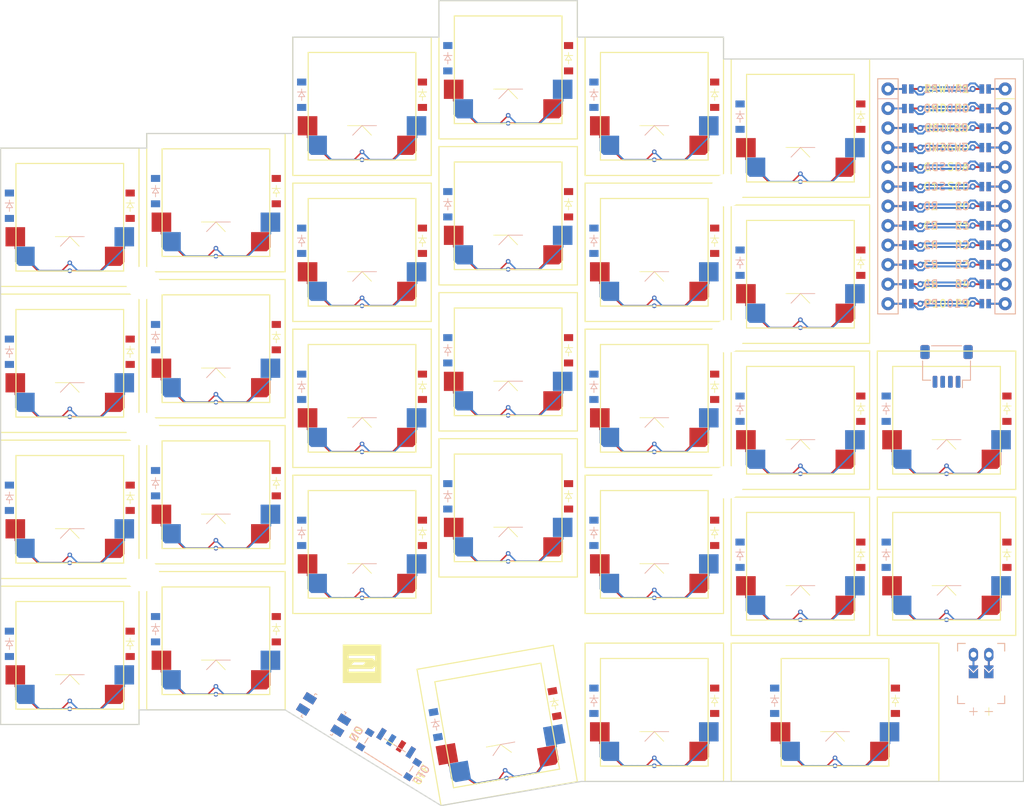
<source format=kicad_pcb>
(kicad_pcb (version 20241229) (generator "pcbnew") (generator_version "9.0")
  (title_block (title "scyline_mx") (date "2025-12-20") (rev "1") (company "Scybin"))
  (layers (0 "F.Cu" signal) (2 "B.Cu" signal) (13 "F.Paste" user) (15 "B.Paste" user) (5 "F.SilkS" user "F.Silkscreen") (7 "B.SilkS" user "B.Silkscreen") (1 "F.Mask" user) (3 "B.Mask" user) (25 "Edge.Cuts" user))
  (net 0 "")
  (net 1 "C0")
  (net 2 "outer_bottom_B")
  (net 3 "GND")
  (net 4 "outer_home_B")
  (net 5 "outer_upper_B")
  (net 6 "outer_top_B")
  (net 7 "C1")
  (net 8 "pinky_bottom_B")
  (net 9 "pinky_home_B")
  (net 10 "pinky_upper_B")
  (net 11 "pinky_top_B")
  (net 12 "C2")
  (net 13 "ring_bottom_B")
  (net 14 "ring_home_B")
  (net 15 "ring_upper_B")
  (net 16 "ring_top_B")
  (net 17 "C3")
  (net 18 "middle_bottom_B")
  (net 19 "middle_home_B")
  (net 20 "middle_upper_B")
  (net 21 "middle_top_B")
  (net 22 "C4")
  (net 23 "index_bottom_B")
  (net 24 "index_home_B")
  (net 25 "index_upper_B")
  (net 26 "index_top_B")
  (net 27 "C5")
  (net 28 "inner_bottom_B")
  (net 29 "inner_home_B")
  (net 30 "inner_upper_B")
  (net 31 "inner_top_B")
  (net 32 "tuck_cluster_B")
  (net 33 "layer_cluster_B")
  (net 34 "space_cluster_B")
  (net 35 "C6")
  (net 36 "macro_bottom_B")
  (net 37 "macro_home_B")
  (net 38 "R3")
  (net 39 "R2")
  (net 40 "R1")
  (net 41 "R0")
  (net 42 "R4")
  (net 43 "RAW")
  (net 44 "RST")
  (net 45 "3V3")
  (net 46 "P10")
  (net 47 "P1")
  (net 48 "P0")
  (net 49 "SDA")
  (net 50 "SCL")
  (net 51 "P9")
  (net 52 "MCU1_24")
  (net 53 "MCU1_1")
  (net 54 "MCU1_23")
  (net 55 "MCU1_2")
  (net 56 "MCU1_22")
  (net 57 "MCU1_3")
  (net 58 "MCU1_21")
  (net 59 "MCU1_4")
  (net 60 "MCU1_20")
  (net 61 "MCU1_5")
  (net 62 "MCU1_19")
  (net 63 "MCU1_6")
  (net 64 "MCU1_18")
  (net 65 "MCU1_7")
  (net 66 "MCU1_17")
  (net 67 "MCU1_8")
  (net 68 "MCU1_16")
  (net 69 "MCU1_9")
  (net 70 "MCU1_15")
  (net 71 "MCU1_10")
  (net 72 "MCU1_14")
  (net 73 "MCU1_11")
  (net 74 "MCU1_13")
  (net 75 "MCU1_12")
  (net 76 "BAT_P")
  (net 77 "JST1_1")
  (net 78 "JST1_2")
  (footprint "ceoloide:diode_tht_sod123" (layer "F.Cu") (at 126.85 146.6 -90)
    (property "Reference" "D34" (hide yes))
    (property "Value" "")
  )
  (footprint "ceoloide:diode_tht_sod123" (layer "F.Cu") (at 126.85 127.6 -90)
    (property "Reference" "D35" (hide yes))
    (property "Value" "")
  )
  (footprint "ceoloide:diode_tht_sod123" (layer "F.Cu") (at 107.85 110.5 -90)
    (property "Reference" "D32" (hide yes))
    (property "Value" "")
  )
  (footprint "ceoloide:diode_tht_sod123" (layer "F.Cu") (at 163.045269 156.27965 -80)
    (property "Reference" "D54" (hide yes))
    (property "Value" "")
  )
  (footprint "ceoloide:diode_tht_sod123" (layer "F.Cu") (at 164.85 110.31 -90)
    (property "Reference" "D43" (hide yes))
    (property "Value" "")
  )
  (footprint "ceoloide:reset_switch_smd_side" (layer "F.Cu") (at 133 157.7 148.2)
    (property "Reference" "RST1" (hide yes))
    (property "Value" "")
  )
  (footprint "ceoloide:diode_tht_sod123" (layer "F.Cu") (at 145.85 115.06 -90)
    (property "Reference" "D39" (hide yes))
    (property "Value" "")
  )
  (footprint "ceoloide:diode_tht_sod123" (layer "F.Cu") (at 183.85 155.91 -90)
    (property "Reference" "D55" (hide yes))
    (property "Value" "")
  )
  (footprint "ceoloide:utility_ergogen_logo" (layer "F.Cu") (at 138 151.1)
    (property "Reference" "LOGO1" (hide yes))
    (property "Value" "")
  )
  (footprint "ceoloide:diode_tht_sod123" (layer "F.Cu") (at 126.85 89.6 -90)
    (property "Reference" "D37" (hide yes))
    (property "Value" "")
  )
  (footprint "ceoloide:diode_tht_sod123" (layer "F.Cu") (at 107.85 148.5 -90)
    (property "Reference" "D30" (hide yes))
    (property "Value" "")
  )
  (footprint "ceoloide:battery_connector_jst_ph_2" (layer "F.Cu") (at 218.5 149.91)
    (property "Reference" "JST1" (hide yes))
    (property "Value" "")
  )
  (footprint "ceoloide:diode_tht_sod123" (layer "F.Cu") (at 164.85 72.31 -90)
    (property "Reference" "D45" (hide yes))
    (property "Value" "")
  )
  (footprint "ceoloide:power_switch_smd_side" (layer "F.Cu") (at 141.5 162.9 -122.2)
    (property "Reference" "PWR1" (hide yes))
    (property "Value" "")
  )
  (footprint "scybin:mcu_nice_nano" (layer "F.Cu") (at 214 89.01)
    (property "Reference" "MCU1" (hide yes))
    (property "Value" "")
  )
  (footprint "ceoloide:diode_tht_sod123" (layer "F.Cu") (at 207.35 155.91 -90)
    (property "Reference" "D56" (hide yes))
    (property "Value" "")
  )
  (footprint "ceoloide:diode_tht_sod123" (layer "F.Cu") (at 145.85 134.06 -90)
    (property "Reference" "D38" (hide yes))
    (property "Value" "")
  )
  (footprint "ceoloide:mounting_hole_npth" (layer "F.Cu") (at 109.5 139.55)
    (property "Reference" "MH3" (hide yes))
    (property "Value" "")
  )
  (footprint "ceoloide:diode_tht_sod123" (layer "F.Cu") (at 183.85 115.06 -90)
    (property "Reference" "D47" (hide yes))
    (property "Value" "")
  )
  (footprint "ceoloide:diode_tht_sod123" (layer "F.Cu") (at 183.85 134.06 -90)
    (property "Reference" "D46" (hide yes))
    (property "Value" "")
  )
  (footprint "scybin:qwiik_jst" (layer "F.Cu") (at 214 112.41 180)
    (property "Reference" "J1" (hide yes))
    (property "Value" "qwiik_jst")
  )
  (footprint "ceoloide:diode_tht_sod123" (layer "F.Cu") (at 202.85 98.91 -90)
    (property "Reference" "D52" (hide yes))
    (property "Value" "")
  )
  (footprint "ceoloide:diode_tht_sod123" (layer "F.Cu") (at 183.85 77.06 -90)
    (property "Reference" "D49" (hide yes))
    (property "Value" "")
  )
  (footprint "ceoloide:mounting_hole_npth" (layer "F.Cu") (at 109.5 101.55)
    (property "Reference" "MH1" (hide yes))
    (property "Value" "")
  )
  (footprint "ceoloide:diode_tht_sod123" (layer "F.Cu") (at 107.85 91.5 -90)
    (property "Reference" "D33" (hide yes))
    (property "Value" "")
  )
  (footprint "ceoloide:diode_tht_sod123" (layer "F.Cu") (at 221.85 136.91 -90)
    (property "Reference" "D57" (hide yes))
    (property "Value" "")
  )
  (footprint "ceoloide:mounting_hole_npth" (layer "F.Cu") (at 156.2875 144.965)
    (property "Reference" "MH4" (hide yes))
    (property "Value" "")
  )
  (footprint "ceoloide:diode_tht_sod123" (layer "F.Cu") (at 126.85 108.6 -90)
    (property "Reference" "D36" (hide yes))
    (property "Value" "")
  )
  (footprint "ceoloide:diode_tht_sod123" (layer "F.Cu") (at 164.85 129.31 -90)
    (property "Reference" "D42" (hide yes))
    (property "Value" "")
  )
  (footprint "ceoloide:mounting_hole_npth" (layer "F.Cu") (at 185.5 89.485)
    (property "Reference" "MH5" (hide yes))
    (property "Value" "")
  )
  (footprint "ceoloide:mounting_hole_npth" (layer "F.Cu") (at 185.5 127.485)
    (property "Reference" "MH7" (hide yes))
    (property "Value" "")
  )
  (footprint "ceoloide:diode_tht_sod123" (layer "F.Cu") (at 183.85 96.06 -90)
    (property "Reference" "D48" (hide yes))
    (property "Value" "")
  )
  (footprint "ceoloide:mounting_hole_npth" (layer "F.Cu") (at 185.5 108.485)
    (property "Reference" "MH6" (hide yes))
    (property "Value" "")
  )
  (footprint "ceoloide:diode_tht_sod123" (layer "F.Cu") (at 202.85 79.91 -90)
    (property "Reference" "D53" (hide yes))
    (property "Value" "")
  )
  (footprint "ceoloide:diode_tht_sod123" (layer "F.Cu") (at 221.85 117.91 -90)
    (property "Reference" "D58" (hide yes))
    (property "Value" "")
  )
  (footprint "ceoloide:diode_tht_sod123" (layer "F.Cu") (at 202.85 117.91 -90)
    (property "Reference" "D51" (hide yes))
    (property "Value" "")
  )
  (footprint "ceoloide:diode_tht_sod123" (layer "F.Cu") (at 202.85 136.91 -90)
    (property "Reference" "D50" (hide yes))
    (property "Value" "")
  )
  (footprint "ceoloide:mounting_hole_npth" (layer "F.Cu") (at 109.5 120.55)
    (property "Reference" "MH2" (hide yes))
    (property "Value" "")
  )
  (footprint "ceoloide:diode_tht_sod123" (layer "F.Cu") (at 164.85 91.31 -90)
    (property "Reference" "D44" (hide yes))
    (property "Value" "")
  )
  (footprint "ceoloide:diode_tht_sod123" (layer "F.Cu") (at 145.85 96.06 -90)
    (property "Reference" "D40" (hide yes))
    (property "Value" "")
  )
  (footprint "ceoloide:diode_tht_sod123" (layer "F.Cu") (at 107.85 129.5 -90)
    (property "Reference" "D31" (hide yes))
    (property "Value" "")
  )
  (footprint "ceoloide:diode_tht_sod123" (layer "F.Cu") (at 145.85 77.06 -90)
    (property "Reference" "D41" (hide yes))
    (property "Value" "")
  )
  (footprint "scyline:scybin_switch_mx" (layer "B.Cu") (at 138 135.56 180)
    (property "Reference" "S9" (hide yes))
    (property "Value" "")
  )
  (footprint "scyline:scybin_switch_mx" (layer "B.Cu") (at 119 148.1 180)
    (property "Reference" "S5" (hide yes))
    (property "Value" "")
  )
  (footprint "scyline:scybin_switch_mx" (layer "B.Cu") (at 214 119.41 180)
    (property "Reference" "S29" (hide yes))
    (property "Value" "")
  )
  (footprint "scyline:scybin_switch_mx" (layer "B.Cu") (at 199.5 157.41 180)
    (property "Reference" "S27" (hide yes))
    (property "Value" "")
  )
  (footprint "scyline:scybin_switch_mx" (layer "B.Cu") (at 119 110.1 180)
    (property "Reference" "S7" (hide yes))
    (property "Value" "")
  )
  (footprint "scyline:scybin_switch_mx" (layer "B.Cu") (at 214 138.41 180)
    (property "Reference" "S28" (hide yes))
    (property "Value" "")
  )
  (footprint "ceoloide:diode_tht_sod123" (layer "B.Cu") (at 111.15 108.6 -90)
    (property "Reference" "D7" (hide yes))
    (property "Value" "")
  )
  (footprint "ceoloide:diode_tht_sod123" (layer "B.Cu") (at 130.15 115.06 -90)
    (property "Reference" "D10" (hide yes))
    (property "Value" "")
  )
  (footprint "ceoloide:diode_tht_sod123" (layer "B.Cu") (at 187.15 98.91 -90)
    (property "Reference" "D23" (hide yes))
    (property "Value" "")
  )
  (footprint "scyline:scybin_switch_mx" (layer "B.Cu") (at 176 135.56 180)
    (property "Reference" "S17" (hide yes))
    (property "Value" "")
  )
  (footprint "scyline:scybin_switch_mx" (layer "B.Cu") (at 176 116.56 180)
    (property "Reference" "S18" (hide yes))
    (property "Value" "")
  )
  (footprint "ceoloide:diode_tht_sod123" (layer "B.Cu") (at 187.15 117.91 -90)
    (property "Reference" "D22" (hide yes))
    (property "Value" "")
  )
  (footprint "ceoloide:diode_tht_sod123" (layer "B.Cu") (at 149.15 110.31 -90)
    (property "Reference" "D14" (hide yes))
    (property "Value" "")
  )
  (footprint "scyline:scybin_switch_mx" (layer "B.Cu") (at 119 91.1 180)
    (property "Reference" "S8" (hide yes))
    (property "Value" "")
  )
  (footprint "scyline:scybin_switch_mx" (layer "B.Cu") (at 195 119.41 180)
    (property "Reference" "S22" (hide yes))
    (property "Value" "")
  )
  (footprint "scyline:scybin_switch_mx" (layer "B.Cu") (at 195 81.41 180)
    (property "Reference" "S24" (hide yes))
    (property "Value" "")
  )
  (footprint "scyline:scybin_switch_mx" (layer "B.Cu") (at 176 157.41 180)
    (property "Reference" "S26" (hide yes))
    (property "Value" "")
  )
  (footprint "ceoloide:diode_tht_sod123" (layer "B.Cu") (at 168.15 77.06 -90)
    (property "Reference" "D20" (hide yes))
    (property "Value" "")
  )
  (footprint "ceoloide:diode_tht_sod123" (layer "B.Cu") (at 92.15 91.5 -90)
    (property "Reference" "D4" (hide yes))
    (property "Value" "")
  )
  (footprint "ceoloide:diode_tht_sod123" (layer "B.Cu") (at 92.15 148.5 -90)
    (property "Reference" "D1" (hide yes))
    (property "Value" "")
  )
  (footprint "scyline:scybin_switch_mx" (layer "B.Cu") (at 119 129.1 180)
    (property "Reference" "S6" (hide yes))
    (property "Value" "")
  )
  (footprint "ceoloide:diode_tht_sod123" (layer "B.Cu") (at 168.15 96.06 -90)
    (property "Reference" "D19" (hide yes))
    (property "Value" "")
  )
  (footprint "ceoloide:diode_tht_sod123" (layer "B.Cu") (at 111.15 146.6 -90)
    (property "Reference" "D5" (hide yes))
    (property "Value" "")
  )
  (footprint "ceoloide:diode_tht_sod123" (layer "B.Cu") (at 187.15 136.91 -90)
    (property "Reference" "D21" (hide yes))
    (property "Value" "")
  )
  (footprint "ceoloide:diode_tht_sod123" (layer "B.Cu") (at 206.15 136.91 -90)
    (property "Reference" "D28" (hide yes))
    (property "Value" "")
  )
  (footprint "scyline:scybin_switch_mx" (layer "B.Cu") (at 138 78.56 180)
    (property "Reference" "S12" (hide yes))
    (property "Value" "")
  )
  (footprint "ceoloide:diode_tht_sod123" (layer "B.Cu") (at 149.15 129.31 -90)
    (property "Reference" "D13" (hide yes))
    (property "Value" "")
  )
  (footprint "scyline:scybin_switch_mx" (layer "B.Cu") (at 195 100.41 180)
    (property "Reference" "S23" (hide yes))
    (property "Value" "")
  )
  (footprint "ceoloide:diode_tht_sod123" (layer "B.Cu") (at 187.15 79.91 -90)
    (property "Reference" "D24" (hide yes))
    (property "Value" "")
  )
  (footprint "scyline:scybin_switch_mx" (layer "B.Cu") (at 138 116.56 180)
    (property "Reference" "S10" (hide yes))
    (property "Value" "")
  )
  (footprint "scyline:scybin_switch_mx" (layer "B.Cu") (at 195 138.41 180)
    (property "Reference" "S21" (hide yes))
    (property "Value" "")
  )
  (footprint "scyline:scybin_switch_mx" (layer "B.Cu") (at 100 150 180)
    (property "Reference" "S1" (hide yes))
    (property "Value" "")
  )
  (footprint "scyline:scybin_switch_mx" (layer "B.Cu") (at 100 93 180)
    (property "Reference" "S4" (hide yes))
    (property "Value" "")
  )
  (footprint "scyline:scybin_switch_mx" (layer "B.Cu") (at 138 97.56 180)
    (property "Reference" "S11" (hide yes))
    (property "Value" "")
  )
  (footprint "ceoloide:diode_tht_sod123" (layer "B.Cu") (at 92.15 129.5 -90)
    (property "Reference" "D2" (hide yes))
    (property "Value" "")
  )
  (footprint "ceoloide:diode_tht_sod123" (layer "B.Cu") (at 111.15 89.6 -90)
    (property "Reference" "D8" (hide yes))
    (property "Value" "")
  )
  (footprint "ceoloide:diode_tht_sod123" (layer "B.Cu") (at 147.583787 159.005927 -80)
    (property "Reference" "D25" (hide yes))
    (property "Value" "")
  )
  (footprint "scyline:scybin_switch_mx" (layer "B.Cu") (at 157 111.81 180)
    (property "Reference" "S14" (hide yes))
    (property "Value" "")
  )
  (footprint "ceoloide:diode_tht_sod123" (layer "B.Cu") (at 191.65 155.91 -90)
    (property "Reference" "D27" (hide yes))
    (property "Value" "")
  )
  (footprint "ceoloide:diode_tht_sod123" (layer "B.Cu") (at 206.15 117.91 -90)
    (property "Reference" "D29" (hide yes))
    (property "Value" "")
  )
  (footprint "scyline:scybin_switch_mx" (layer "B.Cu") (at 157 130.81 180)
    (property "Reference" "S13" (hide yes))
    (property "Value" "")
  )
  (footprint "ceoloide:diode_tht_sod123" (layer "B.Cu") (at 130.15 77.06 -90)
    (property "Reference" "D12" (hide yes))
    (property "Value" "")
  )
  (footprint "ceoloide:diode_tht_sod123" (layer "B.Cu") (at 168.15 115.06 -90)
    (property "Reference" "D18" (hide yes))
    (property "Value" "")
  )
  (footprint "ceoloide:diode_tht_sod123" (layer "B.Cu") (at 111.15 127.6 -90)
    (property "Reference" "D6" (hide yes))
    (property "Value" "")
  )
  (footprint "ceoloide:diode_tht_sod123" (layer "B.Cu") (at 92.15 110.5 -90)
    (property "Reference" "D3" (hide yes))
    (property "Value" "")
  )
  (footprint "ceoloide:diode_tht_sod123" (layer "B.Cu") (at 149.15 91.31 -90)
    (property "Reference" "D15" (hide yes))
    (property "Value" "")
  )
  (footprint "scyline:scybin_switch_mx" (layer "B.Cu") (at 176 78.56 180)
    (property "Reference" "S20" (hide yes))
    (property "Value" "")
  )
  (footprint "scyline:scybin_switch_mx" (layer "B.Cu") (at 155.575 159.12 -170)
    (property "Reference" "S25" (hide yes))
    (property "Value" "")
  )
  (footprint "ceoloide:diode_tht_sod123" (layer "B.Cu") (at 130.15 96.06 -90)
    (property "Reference" "D11" (hide yes))
    (property "Value" "")
  )
  (footprint "scyline:scybin_switch_mx" (layer "B.Cu") (at 157 73.81 180)
    (property "Reference" "S16" (hide yes))
    (property "Value" "")
  )
  (footprint "scyline:scybin_switch_mx" (layer "B.Cu") (at 100 131 180)
    (property "Reference" "S2" (hide yes))
    (property "Value" "")
  )
  (footprint "scyline:scybin_switch_mx" (layer "B.Cu") (at 176 97.56 180)
    (property "Reference" "S19" (hide yes))
    (property "Value" "")
  )
  (footprint "ceoloide:diode_tht_sod123" (layer "B.Cu") (at 168.15 134.06 -90)
    (property "Reference" "D17" (hide yes))
    (property "Value" "")
  )
  (footprint "ceoloide:diode_tht_sod123" (layer "B.Cu") (at 168.15 155.91 -90)
    (property "Reference" "D26" (hide yes))
    (property "Value" "")
  )
  (footprint "scyline:scybin_switch_mx" (layer "B.Cu") (at 157 92.81 180)
    (property "Reference" "S15" (hide yes))
    (property "Value" "")
  )
  (footprint "ceoloide:diode_tht_sod123" (layer "B.Cu") (at 130.15 134.06 -90)
    (property "Reference" "D9" (hide yes))
    (property "Value" "")
  )
  (footprint "scyline:scybin_switch_mx" (layer "B.Cu") (at 100 112 180)
    (property "Reference" "S3" (hide yes))
    (property "Value" "")
  )
  (footprint "ceoloide:diode_tht_sod123" (layer "B.Cu") (at 149.15 72.31 -90)
    (property "Reference" "D16" (hide yes))
    (property "Value" "")
  )
  (gr_line (start 131 142.56) (end 145 142.56) (stroke (width 0.15)) (layer "F.SilkS"))
  (gr_line (start 107 119) (end 107 105) (stroke (width 0.15)) (layer "F.SilkS"))
  (gr_line (start 93 86) (end 93 100) (stroke (width 0.15)) (layer "F.SilkS"))
  (gr_line (start 126 155.1) (end 126 141.1) (stroke (width 0.15)) (layer "F.SilkS"))
  (gr_line (start 148 83.81) (end 148 101.81) (stroke (width 0.15)) (layer "F.SilkS"))
  (gr_line (start 166 120.81) (end 166 102.81) (stroke (width 0.15)) (layer "F.SilkS"))
  (gr_line (start 131 90.56) (end 131 104.56) (stroke (width 0.15)) (layer "F.SilkS"))
  (gr_line (start 149.896883 167.229192) (end 163.684192 164.798117) (stroke (width 0.15)) (layer "F.SilkS"))
  (gr_line (start 112 117.1) (end 126 117.1) (stroke (width 0.15)) (layer "F.SilkS"))
  (gr_line (start 145 71.56) (end 131 71.56) (stroke (width 0.15)) (layer "F.SilkS"))
  (gr_line (start 91 122) (end 91 140) (stroke (width 0.15)) (layer "F.SilkS"))
  (gr_line (start 148 82.81) (end 166 82.81) (stroke (width 0.15)) (layer "F.SilkS"))
  (gr_line (start 128 139.1) (end 110 139.1) (stroke (width 0.15)) (layer "F.SilkS"))
  (gr_line (start 147 126.56) (end 129 126.56) (stroke (width 0.15)) (layer "F.SilkS"))
  (gr_line (start 110 139.1) (end 110 157.1) (stroke (width 0.15)) (layer "F.SilkS"))
  (gr_line (start 91 159) (end 109 159) (stroke (width 0.15)) (layer "F.SilkS"))
  (gr_line (start 207 126.41) (end 221 126.41) (stroke (width 0.15)) (layer "F.SilkS"))
  (gr_line (start 93 100) (end 107 100) (stroke (width 0.15)) (layer "F.SilkS"))
  (gr_line (start 126 84.1) (end 112 84.1) (stroke (width 0.15)) (layer "F.SilkS"))
  (gr_line (start 131 85.56) (end 145 85.56) (stroke (width 0.15)) (layer "F.SilkS"))
  (gr_line (start 183 123.56) (end 183 109.56) (stroke (width 0.15)) (layer "F.SilkS"))
  (gr_line (start 204 72.41) (end 186 72.41) (stroke (width 0.15)) (layer "F.SilkS"))
  (gr_line (start 131 128.56) (end 131 142.56) (stroke (width 0.15)) (layer "F.SilkS"))
  (gr_line (start 167 69.56) (end 167 87.56) (stroke (width 0.15)) (layer "F.SilkS"))
  (gr_line (start 183 104.56) (end 183 90.56) (stroke (width 0.15)) (layer "F.SilkS"))
  (gr_line (start 169 164.41) (end 183 164.41) (stroke (width 0.15)) (layer "F.SilkS"))
  (gr_line (start 110 157.1) (end 128 157.1) (stroke (width 0.15)) (layer "F.SilkS"))
  (gr_line (start 185 148.41) (end 167 148.41) (stroke (width 0.15)) (layer "F.SilkS"))
  (gr_line (start 150 85.81) (end 150 99.81) (stroke (width 0.15)) (layer "F.SilkS"))
  (gr_line (start 183 150.41) (end 169 150.41) (stroke (width 0.15)) (layer "F.SilkS"))
  (gr_line (start 112 103.1) (end 112 117.1) (stroke (width 0.15)) (layer "F.SilkS"))
  (gr_line (start 188 74.41) (end 188 88.41) (stroke (width 0.15)) (layer "F.SilkS"))
  (gr_line (start 145 104.56) (end 145 90.56) (stroke (width 0.15)) (layer "F.SilkS"))
  (gr_line (start 147 106.56) (end 147 88.56) (stroke (width 0.15)) (layer "F.SilkS"))
  (gr_line (start 205 128.41) (end 223 128.41) (stroke (width 0.15)) (layer "F.SilkS"))
  (gr_line (start 221 131.41) (end 207 131.41) (stroke (width 0.15)) (layer "F.SilkS"))
  (gr_line (start 148 139.81) (end 166 139.81) (stroke (width 0.15)) (layer "F.SilkS"))
  (gr_line (start 107 100) (end 107 86) (stroke (width 0.15)) (layer "F.SilkS"))
  (gr_line (start 129 126.56) (end 129 144.56) (stroke (width 0.15)) (layer "F.SilkS"))
  (gr_line (start 126 103.1) (end 112 103.1) (stroke (width 0.15)) (layer "F.SilkS"))
  (gr_line (start 128 100.1) (end 128 82.1) (stroke (width 0.15)) (layer "F.SilkS"))
  (gr_line (start 131 123.56) (end 145 123.56) (stroke (width 0.15)) (layer "F.SilkS"))
  (gr_line (start 221 145.41) (end 221 131.41) (stroke (width 0.15)) (layer "F.SilkS"))
  (gr_line (start 145 85.56) (end 145 71.56) (stroke (width 0.15)) (layer "F.SilkS"))
  (gr_line (start 186 166.41) (end 213 166.41) (stroke (width 0.15)) (layer "F.SilkS"))
  (gr_line (start 93 119) (end 107 119) (stroke (width 0.15)) (layer "F.SilkS"))
  (gr_line (start 185 125.56) (end 185 107.56) (stroke (width 0.15)) (layer "F.SilkS"))
  (gr_line (start 186 128.41) (end 204 128.41) (stroke (width 0.15)) (layer "F.SilkS"))
  (gr_line (start 128 138.1) (end 128 120.1) (stroke (width 0.15)) (layer "F.SilkS"))
  (gr_line (start 129 87.56) (end 147 87.56) (stroke (width 0.15)) (layer "F.SilkS"))
  (gr_line (start 110 138.1) (end 128 138.1) (stroke (width 0.15)) (layer "F.SilkS"))
  (gr_line (start 164 123.81) (end 150 123.81) (stroke (width 0.15)) (layer "F.SilkS"))
  (gr_line (start 183 164.41) (end 183 150.41) (stroke (width 0.15)) (layer "F.SilkS"))
  (gr_line (start 110 100.1) (end 128 100.1) (stroke (width 0.15)) (layer "F.SilkS"))
  (gr_line (start 169 123.56) (end 183 123.56) (stroke (width 0.15)) (layer "F.SilkS"))
  (gr_line (start 112 122.1) (end 112 136.1) (stroke (width 0.15)) (layer "F.SilkS"))
  (gr_line (start 167 126.56) (end 167 144.56) (stroke (width 0.15)) (layer "F.SilkS"))
  (gr_line (start 202 112.41) (end 188 112.41) (stroke (width 0.15)) (layer "F.SilkS"))
  (gr_line (start 166 83.81) (end 148 83.81) (stroke (width 0.15)) (layer "F.SilkS"))
  (gr_line (start 112 136.1) (end 126 136.1) (stroke (width 0.15)) (layer "F.SilkS"))
  (gr_line (start 202 131.41) (end 188 131.41) (stroke (width 0.15)) (layer "F.SilkS"))
  (gr_line (start 107 143) (end 93 143) (stroke (width 0.15)) (layer "F.SilkS"))
  (gr_line (start 145.148897 151.819564) (end 148.274564 169.546103) (stroke (width 0.15)) (layer "F.SilkS"))
  (gr_line (start 185 107.56) (end 167 107.56) (stroke (width 0.15)) (layer "F.SilkS"))
  (gr_line (start 126 122.1) (end 112 122.1) (stroke (width 0.15)) (layer "F.SilkS"))
  (gr_line (start 110 119.1) (end 128 119.1) (stroke (width 0.15)) (layer "F.SilkS"))
  (gr_line (start 166 82.81) (end 166 64.81) (stroke (width 0.15)) (layer "F.SilkS"))
  (gr_line (start 128 101.1) (end 110 101.1) (stroke (width 0.15)) (layer "F.SilkS"))
  (gr_line (start 147 88.56) (end 129 88.56) (stroke (width 0.15)) (layer "F.SilkS"))
  (gr_line (start 202 145.41) (end 202 131.41) (stroke (width 0.15)) (layer "F.SilkS"))
  (gr_line (start 128 120.1) (end 110 120.1) (stroke (width 0.15)) (layer "F.SilkS"))
  (gr_line (start 93 124) (end 93 138) (stroke (width 0.15)) (layer "F.SilkS"))
  (gr_line (start 186 147.41) (end 204 147.41) (stroke (width 0.15)) (layer "F.SilkS"))
  (gr_line (start 169 150.41) (end 169 164.41) (stroke (width 0.15)) (layer "F.SilkS"))
  (gr_line (start 206.5 164.41) (end 206.5 150.41) (stroke (width 0.15)) (layer "F.SilkS"))
  (gr_line (start 167 87.56) (end 185 87.56) (stroke (width 0.15)) (layer "F.SilkS"))
  (gr_line (start 107 157) (end 107 143) (stroke (width 0.15)) (layer "F.SilkS"))
  (gr_line (start 169 104.56) (end 183 104.56) (stroke (width 0.15)) (layer "F.SilkS"))
  (gr_line (start 110 101.1) (end 110 119.1) (stroke (width 0.15)) (layer "F.SilkS"))
  (gr_line (start 185 126.56) (end 167 126.56) (stroke (width 0.15)) (layer "F.SilkS"))
  (gr_line (start 109 159) (end 109 141) (stroke (width 0.15)) (layer "F.SilkS"))
  (gr_line (start 204 147.41) (end 204 129.41) (stroke (width 0.15)) (layer "F.SilkS"))
  (gr_line (start 213 166.41) (end 213 148.41) (stroke (width 0.15)) (layer "F.SilkS"))
  (gr_line (start 164 80.81) (end 164 66.81) (stroke (width 0.15)) (layer "F.SilkS"))
  (gr_line (start 150 137.81) (end 164 137.81) (stroke (width 0.15)) (layer "F.SilkS"))
  (gr_line (start 169 128.56) (end 169 142.56) (stroke (width 0.15)) (layer "F.SilkS"))
  (gr_line (start 129 69.56) (end 129 87.56) (stroke (width 0.15)) (layer "F.SilkS"))
  (gr_line (start 221 126.41) (end 221 112.41) (stroke (width 0.15)) (layer "F.SilkS"))
  (gr_line (start 186 129.41) (end 186 147.41) (stroke (width 0.15)) (layer "F.SilkS"))
  (gr_line (start 166 64.81) (end 148 64.81) (stroke (width 0.15)) (layer "F.SilkS"))
  (gr_line (start 131 104.56) (end 145 104.56) (stroke (width 0.15)) (layer "F.SilkS"))
  (gr_line (start 164 137.81) (end 164 123.81) (stroke (width 0.15)) (layer "F.SilkS"))
  (gr_line (start 202 93.41) (end 188 93.41) (stroke (width 0.15)) (layer "F.SilkS"))
  (gr_line (start 185 88.56) (end 167 88.56) (stroke (width 0.15)) (layer "F.SilkS"))
  (gr_line (start 131 109.56) (end 131 123.56) (stroke (width 0.15)) (layer "F.SilkS"))
  (gr_line (start 223 128.41) (end 223 110.41) (stroke (width 0.15)) (layer "F.SilkS"))
  (gr_line (start 150 99.81) (end 164 99.81) (stroke (width 0.15)) (layer "F.SilkS"))
  (gr_line (start 107 105) (end 93 105) (stroke (width 0.15)) (layer "F.SilkS"))
  (gr_line (start 188 131.41) (end 188 145.41) (stroke (width 0.15)) (layer "F.SilkS"))
  (gr_line (start 202 88.41) (end 202 74.41) (stroke (width 0.15)) (layer "F.SilkS"))
  (gr_line (start 147 87.56) (end 147 69.56) (stroke (width 0.15)) (layer "F.SilkS"))
  (gr_line (start 164 104.81) (end 150 104.81) (stroke (width 0.15)) (layer "F.SilkS"))
  (gr_line (start 148 101.81) (end 166 101.81) (stroke (width 0.15)) (layer "F.SilkS"))
  (gr_line (start 223 110.41) (end 205 110.41) (stroke (width 0.15)) (layer "F.SilkS"))
  (gr_line (start 147.465808 153.441883) (end 149.896883 167.229192) (stroke (width 0.15)) (layer "F.SilkS"))
  (gr_line (start 150 66.81) (end 150 80.81) (stroke (width 0.15)) (layer "F.SilkS"))
  (gr_line (start 186 148.41) (end 186 166.41) (stroke (width 0.15)) (layer "F.SilkS"))
  (gr_line (start 91 102) (end 109 102) (stroke (width 0.15)) (layer "F.SilkS"))
  (gr_line (start 126 98.1) (end 126 84.1) (stroke (width 0.15)) (layer "F.SilkS"))
  (gr_line (start 150 80.81) (end 164 80.81) (stroke (width 0.15)) (layer "F.SilkS"))
  (gr_line (start 167 166.41) (end 185 166.41) (stroke (width 0.15)) (layer "F.SilkS"))
  (gr_line (start 91 141) (end 91 159) (stroke (width 0.15)) (layer "F.SilkS"))
  (gr_line (start 207 145.41) (end 221 145.41) (stroke (width 0.15)) (layer "F.SilkS"))
  (gr_line (start 147 144.56) (end 147 126.56) (stroke (width 0.15)) (layer "F.SilkS"))
  (gr_line (start 128 82.1) (end 110 82.1) (stroke (width 0.15)) (layer "F.SilkS"))
  (gr_line (start 126 136.1) (end 126 122.1) (stroke (width 0.15)) (layer "F.SilkS"))
  (gr_line (start 129 88.56) (end 129 106.56) (stroke (width 0.15)) (layer "F.SilkS"))
  (gr_line (start 192.5 164.41) (end 206.5 164.41) (stroke (width 0.15)) (layer "F.SilkS"))
  (gr_line (start 93 105) (end 93 119) (stroke (width 0.15)) (layer "F.SilkS"))
  (gr_line (start 186 91.41) (end 186 109.41) (stroke (width 0.15)) (layer "F.SilkS"))
  (gr_line (start 205 110.41) (end 205 128.41) (stroke (width 0.15)) (layer "F.SilkS"))
  (gr_line (start 166.001103 166.420436) (end 162.875436 148.693897) (stroke (width 0.15)) (layer "F.SilkS"))
  (gr_line (start 185 106.56) (end 185 88.56) (stroke (width 0.15)) (layer "F.SilkS"))
  (gr_line (start 109 140) (end 109 122) (stroke (width 0.15)) (layer "F.SilkS"))
  (gr_line (start 147 69.56) (end 129 69.56) (stroke (width 0.15)) (layer "F.SilkS"))
  (gr_line (start 150 123.81) (end 150 137.81) (stroke (width 0.15)) (layer "F.SilkS"))
  (gr_line (start 107 138) (end 107 124) (stroke (width 0.15)) (layer "F.SilkS"))
  (gr_line (start 204 109.41) (end 204 91.41) (stroke (width 0.15)) (layer "F.SilkS"))
  (gr_line (start 183 90.56) (end 169 90.56) (stroke (width 0.15)) (layer "F.SilkS"))
  (gr_line (start 147 125.56) (end 147 107.56) (stroke (width 0.15)) (layer "F.SilkS"))
  (gr_line (start 205 129.41) (end 205 147.41) (stroke (width 0.15)) (layer "F.SilkS"))
  (gr_line (start 204 110.41) (end 186 110.41) (stroke (width 0.15)) (layer "F.SilkS"))
  (gr_line (start 186 90.41) (end 204 90.41) (stroke (width 0.15)) (layer "F.SilkS"))
  (gr_line (start 164 66.81) (end 150 66.81) (stroke (width 0.15)) (layer "F.SilkS"))
  (gr_line (start 109 103) (end 91 103) (stroke (width 0.15)) (layer "F.SilkS"))
  (gr_line (start 207 112.41) (end 207 126.41) (stroke (width 0.15)) (layer "F.SilkS"))
  (gr_line (start 161.253117 151.010809) (end 147.465808 153.441883) (stroke (width 0.15)) (layer "F.SilkS"))
  (gr_line (start 148 121.81) (end 148 139.81) (stroke (width 0.15)) (layer "F.SilkS"))
  (gr_line (start 126 141.1) (end 112 141.1) (stroke (width 0.15)) (layer "F.SilkS"))
  (gr_line (start 110 82.1) (end 110 100.1) (stroke (width 0.15)) (layer "F.SilkS"))
  (gr_line (start 110 120.1) (end 110 138.1) (stroke (width 0.15)) (layer "F.SilkS"))
  (gr_line (start 167 88.56) (end 167 106.56) (stroke (width 0.15)) (layer "F.SilkS"))
  (gr_line (start 163.684192 164.798117) (end 161.253117 151.010809) (stroke (width 0.15)) (layer "F.SilkS"))
  (gr_line (start 145 90.56) (end 131 90.56) (stroke (width 0.15)) (layer "F.SilkS"))
  (gr_line (start 109 84) (end 91 84) (stroke (width 0.15)) (layer "F.SilkS"))
  (gr_line (start 204 129.41) (end 186 129.41) (stroke (width 0.15)) (layer "F.SilkS"))
  (gr_line (start 183 128.56) (end 169 128.56) (stroke (width 0.15)) (layer "F.SilkS"))
  (gr_line (start 148 120.81) (end 166 120.81) (stroke (width 0.15)) (layer "F.SilkS"))
  (gr_line (start 166 121.81) (end 148 121.81) (stroke (width 0.15)) (layer "F.SilkS"))
  (gr_line (start 183 109.56) (end 169 109.56) (stroke (width 0.15)) (layer "F.SilkS"))
  (gr_line (start 185 144.56) (end 185 126.56) (stroke (width 0.15)) (layer "F.SilkS"))
  (gr_line (start 167 106.56) (end 185 106.56) (stroke (width 0.15)) (layer "F.SilkS"))
  (gr_line (start 131 71.56) (end 131 85.56) (stroke (width 0.15)) (layer "F.SilkS"))
  (gr_line (start 167 148.41) (end 167 166.41) (stroke (width 0.15)) (layer "F.SilkS"))
  (gr_line (start 148 64.81) (end 148 82.81) (stroke (width 0.15)) (layer "F.SilkS"))
  (gr_line (start 183 85.56) (end 183 71.56) (stroke (width 0.15)) (layer "F.SilkS"))
  (gr_line (start 167 107.56) (end 167 125.56) (stroke (width 0.15)) (layer "F.SilkS"))
  (gr_line (start 147 107.56) (end 129 107.56) (stroke (width 0.15)) (layer "F.SilkS"))
  (gr_line (start 112 98.1) (end 126 98.1) (stroke (width 0.15)) (layer "F.SilkS"))
  (gr_line (start 129 144.56) (end 147 144.56) (stroke (width 0.15)) (layer "F.SilkS"))
  (gr_line (start 188 145.41) (end 202 145.41) (stroke (width 0.15)) (layer "F.SilkS"))
  (gr_line (start 188 88.41) (end 202 88.41) (stroke (width 0.15)) (layer "F.SilkS"))
  (gr_line (start 145 142.56) (end 145 128.56) (stroke (width 0.15)) (layer "F.SilkS"))
  (gr_line (start 188 93.41) (end 188 107.41) (stroke (width 0.15)) (layer "F.SilkS"))
  (gr_line (start 188 112.41) (end 188 126.41) (stroke (width 0.15)) (layer "F.SilkS"))
  (gr_line (start 185 69.56) (end 167 69.56) (stroke (width 0.15)) (layer "F.SilkS"))
  (gr_line (start 169 109.56) (end 169 123.56) (stroke (width 0.15)) (layer "F.SilkS"))
  (gr_line (start 128 157.1) (end 128 139.1) (stroke (width 0.15)) (layer "F.SilkS"))
  (gr_line (start 91 121) (end 109 121) (stroke (width 0.15)) (layer "F.SilkS"))
  (gr_line (start 145 109.56) (end 131 109.56) (stroke (width 0.15)) (layer "F.SilkS"))
  (gr_line (start 202 107.41) (end 202 93.41) (stroke (width 0.15)) (layer "F.SilkS"))
  (gr_line (start 109 121) (end 109 103) (stroke (width 0.15)) (layer "F.SilkS"))
  (gr_line (start 164 99.81) (end 164 85.81) (stroke (width 0.15)) (layer "F.SilkS"))
  (gr_line (start 109 102) (end 109 84) (stroke (width 0.15)) (layer "F.SilkS"))
  (gr_line (start 202 126.41) (end 202 112.41) (stroke (width 0.15)) (layer "F.SilkS"))
  (gr_line (start 112 141.1) (end 112 155.1) (stroke (width 0.15)) (layer "F.SilkS"))
  (gr_line (start 162.875436 148.693897) (end 145.148897 151.819564) (stroke (width 0.15)) (layer "F.SilkS"))
  (gr_line (start 186 72.41) (end 186 90.41) (stroke (width 0.15)) (layer "F.SilkS"))
  (gr_line (start 93 157) (end 107 157) (stroke (width 0.15)) (layer "F.SilkS"))
  (gr_line (start 93 143) (end 93 157) (stroke (width 0.15)) (layer "F.SilkS"))
  (gr_line (start 206.5 150.41) (end 192.5 150.41) (stroke (width 0.15)) (layer "F.SilkS"))
  (gr_line (start 91 84) (end 91 102) (stroke (width 0.15)) (layer "F.SilkS"))
  (gr_line (start 145 123.56) (end 145 109.56) (stroke (width 0.15)) (layer "F.SilkS"))
  (gr_line (start 204 91.41) (end 186 91.41) (stroke (width 0.15)) (layer "F.SilkS"))
  (gr_line (start 91 140) (end 109 140) (stroke (width 0.15)) (layer "F.SilkS"))
  (gr_line (start 107 124) (end 93 124) (stroke (width 0.15)) (layer "F.SilkS"))
  (gr_line (start 205 147.41) (end 223 147.41) (stroke (width 0.15)) (layer "F.SilkS"))
  (gr_line (start 185 166.41) (end 185 148.41) (stroke (width 0.15)) (layer "F.SilkS"))
  (gr_line (start 150 104.81) (end 150 118.81) (stroke (width 0.15)) (layer "F.SilkS"))
  (gr_line (start 188 107.41) (end 202 107.41) (stroke (width 0.15)) (layer "F.SilkS"))
  (gr_line (start 166 102.81) (end 148 102.81) (stroke (width 0.15)) (layer "F.SilkS"))
  (gr_line (start 221 112.41) (end 207 112.41) (stroke (width 0.15)) (layer "F.SilkS"))
  (gr_line (start 186 110.41) (end 186 128.41) (stroke (width 0.15)) (layer "F.SilkS"))
  (gr_line (start 129 107.56) (end 129 125.56) (stroke (width 0.15)) (layer "F.SilkS"))
  (gr_line (start 223 129.41) (end 205 129.41) (stroke (width 0.15)) (layer "F.SilkS"))
  (gr_line (start 150 118.81) (end 164 118.81) (stroke (width 0.15)) (layer "F.SilkS"))
  (gr_line (start 169 90.56) (end 169 104.56) (stroke (width 0.15)) (layer "F.SilkS"))
  (gr_line (start 169 85.56) (end 183 85.56) (stroke (width 0.15)) (layer "F.SilkS"))
  (gr_line (start 129 106.56) (end 147 106.56) (stroke (width 0.15)) (layer "F.SilkS"))
  (gr_line (start 169 142.56) (end 183 142.56) (stroke (width 0.15)) (layer "F.SilkS"))
  (gr_line (start 148 102.81) (end 148 120.81) (stroke (width 0.15)) (layer "F.SilkS"))
  (gr_line (start 164 118.81) (end 164 104.81) (stroke (width 0.15)) (layer "F.SilkS"))
  (gr_line (start 204 90.41) (end 204 72.41) (stroke (width 0.15)) (layer "F.SilkS"))
  (gr_line (start 186 148.41) (end 213 148.41) (stroke (width 0.15)) (layer "F.SilkS"))
  (gr_line (start 185 87.56) (end 185 69.56) (stroke (width 0.15)) (layer "F.SilkS"))
  (gr_line (start 207 131.41) (end 207 145.41) (stroke (width 0.15)) (layer "F.SilkS"))
  (gr_line (start 167 125.56) (end 185 125.56) (stroke (width 0.15)) (layer "F.SilkS"))
  (gr_line (start 107 86) (end 93 86) (stroke (width 0.15)) (layer "F.SilkS"))
  (gr_line (start 188 126.41) (end 202 126.41) (stroke (width 0.15)) (layer "F.SilkS"))
  (gr_line (start 202 74.41) (end 188 74.41) (stroke (width 0.15)) (layer "F.SilkS"))
  (gr_line (start 129 125.56) (end 147 125.56) (stroke (width 0.15)) (layer "F.SilkS"))
  (gr_line (start 126 117.1) (end 126 103.1) (stroke (width 0.15)) (layer "F.SilkS"))
  (gr_line (start 109 122) (end 91 122) (stroke (width 0.15)) (layer "F.SilkS"))
  (gr_line (start 112 84.1) (end 112 98.1) (stroke (width 0.15)) (layer "F.SilkS"))
  (gr_line (start 148.274564 169.546103) (end 166.001103 166.420436) (stroke (width 0.15)) (layer "F.SilkS"))
  (gr_line (start 204 128.41) (end 204 110.41) (stroke (width 0.15)) (layer "F.SilkS"))
  (gr_line (start 112 155.1) (end 126 155.1) (stroke (width 0.15)) (layer "F.SilkS"))
  (gr_line (start 91 103) (end 91 121) (stroke (width 0.15)) (layer "F.SilkS"))
  (gr_line (start 223 147.41) (end 223 129.41) (stroke (width 0.15)) (layer "F.SilkS"))
  (gr_line (start 145 128.56) (end 131 128.56) (stroke (width 0.15)) (layer "F.SilkS"))
  (gr_line (start 164 85.81) (end 150 85.81) (stroke (width 0.15)) (layer "F.SilkS"))
  (gr_line (start 166 101.81) (end 166 83.81) (stroke (width 0.15)) (layer "F.SilkS"))
  (gr_line (start 169 71.56) (end 169 85.56) (stroke (width 0.15)) (layer "F.SilkS"))
  (gr_line (start 192.5 150.41) (end 192.5 164.41) (stroke (width 0.15)) (layer "F.SilkS"))
  (gr_line (start 93 138) (end 107 138) (stroke (width 0.15)) (layer "F.SilkS"))
  (gr_line (start 109 141) (end 91 141) (stroke (width 0.15)) (layer "F.SilkS"))
  (gr_line (start 186 109.41) (end 204 109.41) (stroke (width 0.15)) (layer "F.SilkS"))
  (gr_line (start 167 144.56) (end 185 144.56) (stroke (width 0.15)) (layer "F.SilkS"))
  (gr_line (start 183 142.56) (end 183 128.56) (stroke (width 0.15)) (layer "F.SilkS"))
  (gr_line (start 183 71.56) (end 169 71.56) (stroke (width 0.15)) (layer "F.SilkS"))
  (gr_line (start 128 119.1) (end 128 101.1) (stroke (width 0.15)) (layer "F.SilkS"))
  (gr_line (start 166 139.81) (end 166 121.81) (stroke (width 0.15)) (layer "F.SilkS"))
  (gr_line (start 128 157.1) (end 109 157.1) (stroke (width 0.15)) (layer "Edge.Cuts"))
  (gr_line (start 91 159) (end 91 84) (stroke (width 0.15)) (layer "Edge.Cuts"))
  (gr_line (start 110 84) (end 110 82.1) (stroke (width 0.15)) (layer "Edge.Cuts"))
  (gr_line (start 185 69.56) (end 185 72.41) (stroke (width 0.15)) (layer "Edge.Cuts"))
  (gr_line (start 166 64.81) (end 166 69.56) (stroke (width 0.15)) (layer "Edge.Cuts"))
  (gr_line (start 148 69.56) (end 148 64.81) (stroke (width 0.15)) (layer "Edge.Cuts"))
  (gr_line (start 166.5 166.41) (end 224 166.41) (stroke (width 0.15)) (layer "Edge.Cuts"))
  (gr_line (start 166.5 166.41) (end 148.274564 169.546103) (stroke (width 0.15)) (layer "Edge.Cuts"))
  (gr_line (start 166 69.56) (end 185 69.56) (stroke (width 0.15)) (layer "Edge.Cuts"))
  (gr_line (start 129 69.56) (end 148 69.56) (stroke (width 0.15)) (layer "Edge.Cuts"))
  (gr_line (start 185 72.41) (end 224 72.41) (stroke (width 0.15)) (layer "Edge.Cuts"))
  (gr_line (start 109 157.1) (end 109 159) (stroke (width 0.15)) (layer "Edge.Cuts"))
  (gr_line (start 148 64.81) (end 166 64.81) (stroke (width 0.15)) (layer "Edge.Cuts"))
  (gr_line (start 129 82.1) (end 129 69.56) (stroke (width 0.15)) (layer "Edge.Cuts"))
  (gr_line (start 110 82.1) (end 129 82.1) (stroke (width 0.15)) (layer "Edge.Cuts"))
  (gr_line (start 148.274564 169.546103) (end 128 157.1) (stroke (width 0.15)) (layer "Edge.Cuts"))
  (gr_line (start 109 159) (end 91 159) (stroke (width 0.15)) (layer "Edge.Cuts"))
  (gr_line (start 91 84) (end 110 84) (stroke (width 0.15)) (layer "Edge.Cuts"))
  (gr_line (start 224 72.41) (end 224 166.41) (stroke (width 0.15)) (layer "Edge.Cuts"))
  (segment (start 100 136.93) (end 98.971 137.959) (width 0.2) (layer "F.Cu") (net 1))
  (segment (start 95.834 118.959) (end 92.915 116.04) (width 0.2) (layer "F.Cu") (net 1))
  (segment (start 98.971 118.959) (end 95.834 118.959) (width 0.2) (layer "F.Cu") (net 1))
  (segment (start 98.971 137.959) (end 95.834 137.959) (width 0.2) (layer "F.Cu") (net 1))
  (segment (start 209.42 86.47) (end 210.6 86.47) (width 0.25) (layer "F.Cu") (net 1))
  (segment (start 100 98.93) (end 98.971 99.959) (width 0.2) (layer "F.Cu") (net 1))
  (segment (start 92.915 154.04) (end 92.915 152.54) (width 0.2) (layer "F.Cu") (net 1))
  (segment (start 95.834 137.959) (end 92.915 135.04) (width 0.2) (layer "F.Cu") (net 1))
  (segment (start 100 155.93) (end 98.971 156.959) (width 0.2) (layer "F.Cu") (net 1))
  (segment (start 98.971 99.959) (end 95.834 99.959) (width 0.2) (layer "F.Cu") (net 1))
  (segment (start 92.915 97.04) (end 92.915 95.54) (width 0.2) (layer "F.Cu") (net 1))
  (segment (start 95.834 99.959) (end 92.915 97.04) (width 0.2) (layer "F.Cu") (net 1))
  (segment (start 92.915 116.04) (end 92.915 114.54) (width 0.2) (layer "F.Cu") (net 1))
  (segment (start 92.915 135.04) (end 92.915 133.54) (width 0.2) (layer "F.Cu") (net 1))
  (segment (start 100 117.93) (end 98.971 118.959) (width 0.2) (layer "F.Cu") (net 1))
  (segment (start 95.834 156.959) (end 92.915 154.04) (width 0.2) (layer "F.Cu") (net 1))
  (segment (start 98.971 156.959) (end 95.834 156.959) (width 0.2) (layer "F.Cu") (net 1))
  (via (at 100 98.93) (size 0.6) (drill 0.3) (layers "F.Cu" "B.Cu") (net 1))
  (via (at 100 117.93) (size 0.6) (drill 0.3) (layers "F.Cu" "B.Cu") (net 1))
  (via (at 100 155.93) (size 0.6) (drill 0.3) (layers "F.Cu" "B.Cu") (net 1))
  (via (at 100 136.93) (size 0.6) (drill 0.3) (layers "F.Cu" "B.Cu") (net 1))
  (segment (start 107.085 133.54) (end 107.085 135.04) (width 0.2) (layer "B.Cu") (net 1))
  (segment (start 107.085 97.04) (end 104.166 99.959) (width 0.2) (layer "B.Cu") (net 1))
  (segment (start 104.166 118.959) (end 101.029 118.959) (width 0.2) (layer "B.Cu") (net 1))
  (segment (start 216.594695 86.25) (end 210.82 86.25) (width 0.25) (layer "B.Cu") (net 1))
  (segment (start 107.085 152.54) (end 107.085 154.04) (width 0.2) (layer "B.Cu") (net 1))
  (segment (start 218.425305 86.47) (end 217.700305 85.745) (width 0.25) (layer "B.Cu") (net 1))
  (segment (start 104.166 156.959) (end 101.029 156.959) (width 0.2) (layer "B.Cu") (net 1))
  (segment (start 217.700305 85.745) (end 217.099695 85.745) (width 0.25) (layer "B.Cu") (net 1))
  (segment (start 107.085 135.04) (end 104.166 137.959) (width 0.2) (layer "B.Cu") (net 1))
  (segment (start 101.029 156.959) (end 100 155.93) (width 0.2) (layer "B.Cu") (net 1))
  (segment (start 217.099695 85.745) (end 216.594695 86.25) (width 0.25) (layer "B.Cu") (net 1))
  (segment (start 107.085 95.54) (end 107.085 97.04) (width 0.2) (layer "B.Cu") (net 1))
  (segment (start 107.085 116.04) (end 104.166 118.959) (width 0.2) (layer "B.Cu") (net 1))
  (segment (start 104.166 99.959) (end 101.029 99.959) (width 0.2) (layer "B.Cu") (net 1))
  (segment (start 218.775 86.47) (end 218.425305 86.47) (width 0.25) (layer "B.Cu") (net 1))
  (segment (start 101.029 99.959) (end 100 98.93) (width 0.2) (layer "B.Cu") (net 1))
  (segment (start 104.166 137.959) (end 101.029 137.959) (width 0.2) (layer "B.Cu") (net 1))
  (segment (start 107.085 154.04) (end 104.166 156.959) (width 0.2) (layer "B.Cu") (net 1))
  (segment (start 101.029 137.959) (end 100 136.93) (width 0.2) (layer "B.Cu") (net 1))
  (segment (start 101.029 118.959) (end 100 117.93) (width 0.2) (layer "B.Cu") (net 1))
  (segment (start 107.085 114.54) (end 107.085 116.04) (width 0.2) (layer "B.Cu") (net 1))
  (segment (start 105.842 155.08) (end 103.963 156.959) (width 0.2) (layer "F.Cu") (net 2))
  (segment (start 103.963 156.959) (end 100 156.959) (width 0.2) (layer "F.Cu") (net 2))
  (via (at 100 156.959) (size 0.6) (drill 0.3) (layers "F.Cu" "B.Cu") (net 2))
  (segment (start 100 156.959) (end 96.037 156.9595) (width 0.2) (layer "B.Cu") (net 2))
  (segment (start 96.037 156.959) (end 94.158 155.08) (width 0.2) (layer "B.Cu") (net 2))
  (segment (start 218.58 81.39) (end 217.4 81.39) (width 0.25) (layer "F.Cu") (net 3))
  (segment (start 218.58 83.93) (end 217.4 83.93) (width 0.25) (layer "F.Cu") (net 3))
  (segment (start 209.42 78.85) (end 210.6 78.85) (width 0.25) (layer "F.Cu") (net 3))
  (segment (start 210.900305 84.655) (end 211.395305 84.16) (width 0.25) (layer "B.Cu") (net 3))
  (segment (start 218.425305 78.85) (end 217.700305 78.125) (width 0.25) (layer "B.Cu") (net 3))
  (segment (start 217.700305 78.125) (end 217.099695 78.125) (width 0.25) (layer "B.Cu") (net 3))
  (segment (start 210.900305 82.115) (end 211.395305 81.62) (width 0.25) (layer "B.Cu") (net 3))
  (segment (start 210.299695 84.655) (end 210.900305 84.655) (width 0.25) (layer "B.Cu") (net 3))
  (segment (start 211.395305 81.62) (end 217.17 81.62) (width 0.25) (layer "B.Cu") (net 3))
  (segment (start 210.299695 82.115) (end 210.900305 82.115) (width 0.25) (layer "B.Cu") (net 3))
  (segment (start 216.594695 78.63) (end 210.82 78.63) (width 0.25) (layer "B.Cu") (net 3))
  (segment (start 209.225 81.39) (end 209.574695 81.39) (width 0.25) (layer "B.Cu") (net 3))
  (segment (start 217.099695 78.125) (end 216.594695 78.63) (width 0.25) (layer "B.Cu") (net 3))
  (segment (start 218.775 78.85) (end 218.425305 78.85) (width 0.25) (layer "B.Cu") (net 3))
  (segment (start 209.225 83.93) (end 209.574695 83.93) (width 0.25) (layer "B.Cu") (net 3))
  (segment (start 211.395305 84.16) (end 217.17 84.16) (width 0.25) (layer "B.Cu") (net 3))
  (segment (start 209.574695 83.93) (end 210.299695 84.655) (width 0.25) (layer "B.Cu") (net 3))
  (segment (start 209.574695 81.39) (end 210.299695 82.115) (width 0.25) (layer "B.Cu") (net 3))
  (segment (start 105.842 136.08) (end 103.963 137.959) (width 0.2) (layer "F.Cu") (net 4))
  (segment (start 103.963 137.959) (end 100 137.959) (width 0.2) (layer "F.Cu") (net 4))
  (via (at 100 137.959) (size 0.6) (drill 0.3) (layers "F.Cu" "B.Cu") (net 4))
  (segment (start 100 137.959) (end 96.037 137.9595) (width 0.2) (layer "B.Cu") (net 4))
  (segment (start 96.037 137.959) (end 94.158 136.08) (width 0.2) (layer "B.Cu") (net 4))
  (segment (start 103.963 118.959) (end 100 118.959) (width 0.2) (layer "F.Cu") (net 5))
  (segment (start 105.842 117.08) (end 103.963 118.959) (width 0.2) (layer "F.Cu") (net 5))
  (via (at 100 118.959) (size 0.6) (drill 0.3) (layers "F.Cu" "B.Cu") (net 5))
  (segment (start 100 118.959) (end 96.037 118.9595) (width 0.2) (layer "B.Cu") (net 5))
  (segment (start 96.037 118.959) (end 94.158 117.08) (width 0.2) (layer "B.Cu") (net 5))
  (segment (start 105.842 98.08) (end 103.963 99.959) (width 0.2) (layer "F.Cu") (net 6))
  (segment (start 103.963 99.959) (end 100 99.959) (width 0.2) (layer "F.Cu") (net 6))
  (via (at 100 99.959) (size 0.6) (drill 0.3) (layers "F.Cu" "B.Cu") (net 6))
  (segment (start 100 99.959) (end 96.037 99.9595) (width 0.2) (layer "B.Cu") (net 6))
  (segment (start 96.037 99.959) (end 94.158 98.08) (width 0.2) (layer "B.Cu") (net 6))
  (segment (start 119 154.03) (end 117.971 155.059) (width 0.2) (layer "F.Cu") (net 7))
  (segment (start 111.915 95.14) (end 111.915 93.64) (width 0.2) (layer "F.Cu") (net 7))
  (segment (start 114.834 136.059) (end 111.915 133.14) (width 0.2) (layer "F.Cu") (net 7))
  (segment (start 111.915 133.14) (end 111.915 131.64) (width 0.2) (layer "F.Cu") (net 7))
  (segment (start 209.42 89.01) (end 210.6 89.01) (width 0.25) (layer "F.Cu") (net 7))
  (segment (start 111.915 152.14) (end 111.915 150.64) (width 0.2) (layer "F.Cu") (net 7))
  (segment (start 119 135.03) (end 117.971 136.059) (width 0.2) (layer "F.Cu") (net 7))
  (segment (start 114.834 98.059) (end 111.915 95.14) (width 0.2) (layer "F.Cu") (net 7))
  (segment (start 117.971 136.059) (end 114.834 136.059) (width 0.2) (layer "F.Cu") (net 7))
  (segment (start 114.834 117.059) (end 111.915 114.14) (width 0.2) (layer "F.Cu") (net 7))
  (segment (start 119 116.03) (end 117.971 117.059) (width 0.2) (layer "F.Cu") (net 7))
  (segment (start 119 97.03) (end 117.971 98.059) (width 0.2) (layer "F.Cu") (net 7))
  (segment (start 117.971 98.059) (end 114.834 98.059) (width 0.2) (layer "F.Cu") (net 7))
  (segment (start 117.971 155.059) (end 114.834 155.059) (width 0.2) (layer "F.Cu") (net 7))
  (segment (start 114.834 155.059) (end 111.915 152.14) (width 0.2) (layer "F.Cu") (net 7))
  (segment (start 111.915 114.14) (end 111.915 112.64) (width 0.2) (layer "F.Cu") (net 7))
  (segment (start 117.971 117.059) (end 114.834 117.059) (width 0.2) (layer "F.Cu") (net 7))
  (via (at 119 154.03) (size 0.6) (drill 0.3) (layers "F.Cu" "B.Cu") (net 7))
  (via (at 119 97.03) (size 0.6) (drill 0.3) (layers "F.Cu" "B.Cu") (net 7))
  (via (at 119 116.03) (size 0.6) (drill 0.3) (layers "F.Cu" "B.Cu") (net 7))
  (via (at 119 135.03) (size 0.6) (drill 0.3) (layers "F.Cu" "B.Cu") (net 7))
  (segment (start 120.029 117.059) (end 119 116.03) (width 0.2) (layer "B.Cu") (net 7))
  (segment (start 218.775 89.01) (end 218.425305 89.01) (width 0.25) (layer "B.Cu") (net 7))
  (segment (start 123.166 117.059) (end 120.029 117.059) (width 0.2) (layer "B.Cu") (net 7))
  (segment (start 126.085 114.14) (end 123.166 117.059) (width 0.2) (layer "B.Cu") (net 7))
  (segment (start 126.085 152.14) (end 123.166 155.059) (width 0.2) (layer "B.Cu") (net 7))
  (segment (start 123.166 136.059) (end 120.029 136.059) (width 0.2) (layer "B.Cu") (net 7))
  (segment (start 123.166 155.059) (end 120.029 155.059) (width 0.2) (layer "B.Cu") (net 7))
  (segment (start 120.029 136.059) (end 119 135.03) (width 0.2) (layer "B.Cu") (net 7))
  (segment (start 126.085 95.14) (end 123.166 98.059) (width 0.2) (layer "B.Cu") (net 7))
  (segment (start 120.029 155.059) (end 119 154.03) (width 0.2) (layer "B.Cu") (net 7))
  (segment (start 126.085 112.64) (end 126.085 114.14) (width 0.2) (layer "B.Cu") (net 7))
  (segment (start 126.085 93.64) (end 126.085 95.14) (width 0.2) (layer "B.Cu") (net 7))
  (segment (start 126.085 131.64) (end 126.085 133.14) (width 0.2) (layer "B.Cu") (net 7))
  (segment (start 120.029 98.059) (end 119 97.03) (width 0.2) (layer "B.Cu") (net 7))
  (segment (start 123.166 98.059) (end 120.029 98.059) (width 0.2) (layer "B.Cu") (net 7))
  (segment (start 126.085 133.14) (end 123.166 136.059) (width 0.2) (layer "B.Cu") (net 7))
  (segment (start 126.085 150.64) (end 126.085 152.14) (width 0.2) (layer "B.Cu") (net 7))
  (segment (start 216.594695 88.79) (end 210.82 88.79) (width 0.25) (layer "B.Cu") (net 7))
  (segment (start 217.099695 88.285) (end 216.594695 88.79) (width 0.25) (layer "B.Cu") (net 7))
  (segment (start 218.425305 89.01) (end 217.700305 88.285) (width 0.25) (layer "B.Cu") (net 7))
  (segment (start 217.700305 88.285) (end 217.099695 88.285) (width 0.25) (layer "B.Cu") (net 7))
  (segment (start 122.963 155.059) (end 119 155.059) (width 0.2) (layer "F.Cu") (net 8))
  (segment (start 124.842 153.18) (end 122.963 155.059) (width 0.2) (layer "F.Cu") (net 8))
  (via (at 119 155.059) (size 0.6) (drill 0.3) (layers "F.Cu" "B.Cu") (net 8))
  (segment (start 115.037 155.059) (end 113.158 153.18) (width 0.2) (layer "B.Cu") (net 8))
  (segment (start 119 155.059) (end 115.037 155.0595) (width 0.2) (layer "B.Cu") (net 8))
  (segment (start 124.842 134.18) (end 122.963 136.059) (width 0.2) (layer "F.Cu") (net 9))
  (segment (start 122.963 136.059) (end 119 136.059) (width 0.2) (layer "F.Cu") (net 9))
  (via (at 119 136.059) (size 0.6) (drill 0.3) (layers "F.Cu" "B.Cu") (net 9))
  (segment (start 115.037 136.059) (end 113.158 134.18) (width 0.2) (layer "B.Cu") (net 9))
  (segment (start 119 136.059) (end 115.037 136.0595) (width 0.2) (layer "B.Cu") (net 9))
  (segment (start 122.963 117.059) (end 119 117.059) (width 0.2) (layer "F.Cu") (net 10))
  (segment (start 124.842 115.18) (end 122.963 117.059) (width 0.2) (layer "F.Cu") (net 10))
  (via (at 119 117.059) (size 0.6) (drill 0.3) (layers "F.Cu" "B.Cu") (net 10))
  (segment (start 119 117.059) (end 115.037 117.0595) (width 0.2) (layer "B.Cu") (net 10))
  (segment (start 115.037 117.059) (end 113.158 115.18) (width 0.2) (layer "B.Cu") (net 10))
  (segment (start 122.963 98.059) (end 119 98.059) (width 0.2) (layer "F.Cu") (net 11))
  (segment (start 124.842 96.18) (end 122.963 98.059) (width 0.2) (layer "F.Cu") (net 11))
  (via (at 119 98.059) (size 0.6) (drill 0.3) (layers "F.Cu" "B.Cu") (net 11))
  (segment (start 115.037 98.059) (end 113.158 96.18) (width 0.2) (layer "B.Cu") (net 11))
  (segment (start 119 98.059) (end 115.037 98.0595) (width 0.2) (layer "B.Cu") (net 11))
  (segment (start 133.834 142.519) (end 130.915 139.6) (width 0.2) (layer "F.Cu") (net 12))
  (segment (start 136.971 104.519) (end 133.834 104.519) (width 0.2) (layer "F.Cu") (net 12))
  (segment (start 133.834 104.519) (end 130.915 101.6) (width 0.2) (layer "F.Cu") (net 12))
  (segment (start 138 84.49) (end 136.971 85.519) (width 0.2) (layer "F.Cu") (net 12))
  (segment (start 130.915 101.6) (end 130.915 100.1) (width 0.2) (layer "F.Cu") (net 12))
  (segment (start 209.42 91.55) (end 210.6 91.55) (width 0.25) (layer "F.Cu") (net 12))
  (segment (start 155.770051 166.151961) (end 152.680709 166.696696) (width 0.2) (layer "F.Cu") (net 12))
  (segment (start 136.971 123.519) (end 133.834 123.519) (width 0.2) (layer "F.Cu") (net 12))
  (segment (start 136.971 85.519) (end 133.834 85.519) (width 0.2) (layer "F.Cu") (net 12))
  (segment (start 138 122.49) (end 136.971 123.519) (width 0.2) (layer "F.Cu") (net 12))
  (segment (start 138 141.49) (end 136.971 142.519) (width 0.2) (layer "F.Cu") (net 12))
  (segment (start 133.834 85.519) (end 130.915 82.6) (width 0.2) (layer "F.Cu") (net 12))
  (segment (start 133.834 123.519) (end 130.915 120.6) (width 0.2) (layer "F.Cu") (net 12))
  (segment (start 152.680709 166.696696) (end 149.299176 164.328921) (width 0.2) (layer "F.Cu") (net 12))
  (segment (start 130.915 139.6) (end 130.915 138.1) (width 0.2) (layer "F.Cu") (net 12))
  (segment (start 138 103.49) (end 136.971 104.519) (width 0.2) (layer "F.Cu") (net 12))
  (segment (start 130.915 120.6) (end 130.915 119.1) (width 0.2) (layer "F.Cu") (net 12))
  (segment (start 156.604734 164.95991) (end 155.770051 166.151961) (width 0.2) (layer "F.Cu") (net 12))
  (segment (start 136.971 142.519) (end 133.834 142.519) (width 0.2) (layer "F.Cu") (net 12))
  (segment (start 149.299176 164.328921) (end 149.038703 162.851709) (width 0.2) (layer "F.Cu") (net 12))
  (segment (start 130.915 82.6) (end 130.915 81.1) (width 0.2) (layer "F.Cu") (net 12))
  (via (at 138 84.49) (size 0.6) (drill 0.3) (layers "F.Cu" "B.Cu") (net 12))
  (via (at 138 122.49) (size 0.6) (drill 0.3) (layers "F.Cu" "B.Cu") (net 12))
  (via (at 138 103.49) (size 0.6) (drill 0.3) (layers "F.Cu" "B.Cu") (net 12))
  (via (at 138 141.49) (size 0.6) (drill 0.3) (layers "F.Cu" "B.Cu") (net 12))
  (via (at 156.604734 164.95991) (size 0.6) (drill 0.3) (layers "F.Cu" "B.Cu") (net 12))
  (segment (start 162.993429 160.391114) (end 163.253902 161.868326) (width 0.2) (layer "B.Cu") (net 12))
  (segment (start 142.166 123.519) (end 139.029 123.519) (width 0.2) (layer "B.Cu") (net 12))
  (segment (start 145.085 120.6) (end 142.166 123.519) (width 0.2) (layer "B.Cu") (net 12))
  (segment (start 163.253902 161.868326) (end 160.886127 165.249859) (width 0.2) (layer "B.Cu") (net 12))
  (segment (start 139.029 123.519) (end 138 122.49) (width 0.2) (layer "B.Cu") (net 12))
  (segment (start 218.775 91.55) (end 218.425305 91.55) (width 0.25) (layer "B.Cu") (net 12))
  (segment (start 157.796785 165.794593) (end 156.604734 164.95991) (width 0.2) (layer "B.Cu") (net 12))
  (segment (start 145.085 138.1) (end 145.085 139.6) (width 0.2) (layer "B.Cu") (net 12))
  (segment (start 145.085 139.6) (end 142.166 142.519) (width 0.2) (layer "B.Cu") (net 12))
  (segment (start 142.166 104.519) (end 139.029 104.519) (width 0.2) (layer "B.Cu") (net 12))
  (segment (start 139.029 104.519) (end 138 103.49) (width 0.2) (layer "B.Cu") (net 12))
  (segment (start 142.166 85.519) (end 139.029 85.519) (width 0.2) (layer "B.Cu") (net 12))
  (segment (start 139.029 85.519) (end 138 84.49) (width 0.2) (layer "B.Cu") (net 12))
  (segment (start 145.085 81.1) (end 145.085 82.6) (width 0.2) (layer "B.Cu") (net 12))
  (segment (start 145.085 101.6) (end 142.166 104.519) (width 0.2) (layer "B.Cu") (net 12))
  (segment (start 145.085 82.6) (end 142.166 85.519) (width 0.2) (layer "B.Cu") (net 12))
  (segment (start 145.085 100.1) (end 145.085 101.6) (width 0.2) (layer "B.Cu") (net 12))
  (segment (start 160.886127 165.249859) (end 157.796785 165.794593) (width 0.2) (layer "B.Cu") (net 12))
  (segment (start 139.029 142.519) (end 138 141.49) (width 0.2) (layer "B.Cu") (net 12))
  (segment (start 216.594695 91.33) (end 210.82 91.33) (width 0.25) (layer "B.Cu") (net 12))
  (segment (start 218.425305 91.55) (end 217.700305 90.825) (width 0.25) (layer "B.Cu") (net 12))
  (segment (start 217.700305 90.825) (end 217.099695 90.825) (width 0.25) (layer "B.Cu") (net 12))
  (segment (start 142.166 142.519) (end 139.029 142.519) (width 0.2) (layer "B.Cu") (net 12))
  (segment (start 145.085 119.1) (end 145.085 120.6) (width 0.2) (layer "B.Cu") (net 12))
  (segment (start 217.099695 90.825) (end 216.594695 91.33) (width 0.25) (layer "B.Cu") (net 12))
  (segment (start 141.963 142.519) (end 138 142.519) (width 0.2) (layer "F.Cu") (net 13))
  (segment (start 143.842 140.64) (end 141.963 142.519) (width 0.2) (layer "F.Cu") (net 13))
  (via (at 138 142.519) (size 0.6) (drill 0.3) (layers "F.Cu" "B.Cu") (net 13))
  (segment (start 134.037 142.519) (end 132.158 140.64) (width 0.2) (layer "B.Cu") (net 13))
  (segment (start 138 142.519) (end 134.037 142.5195) (width 0.2) (layer "B.Cu") (net 13))
  (segment (start 143.842 121.64) (end 141.963 123.519) (width 0.2) (layer "F.Cu") (net 14))
  (segment (start 141.963 123.519) (end 138 123.519) (width 0.2) (layer "F.Cu") (net 14))
  (via (at 138 123.519) (size 0.6) (drill 0.3) (layers "F.Cu" "B.Cu") (net 14))
  (segment (start 134.037 123.519) (end 132.158 121.64) (width 0.2) (layer "B.Cu") (net 14))
  (segment (start 138 123.519) (end 134.037 123.5195) (width 0.2) (layer "B.Cu") (net 14))
  (segment (start 141.963 104.519) (end 138 104.519) (width 0.2) (layer "F.Cu") (net 15))
  (segment (start 143.842 102.64) (end 141.963 104.519) (width 0.2) (layer "F.Cu") (net 15))
  (via (at 138 104.519) (size 0.6) (drill 0.3) (layers "F.Cu" "B.Cu") (net 15))
  (segment (start 138 104.519) (end 134.037 104.5195) (width 0.2) (layer "B.Cu") (net 15))
  (segment (start 134.037 104.519) (end 132.158 102.64) (width 0.2) (layer "B.Cu") (net 15))
  (segment (start 141.963 85.519) (end 138 85.519) (width 0.2) (layer "F.Cu") (net 16))
  (segment (start 143.842 83.64) (end 141.963 85.519) (width 0.2) (layer "F.Cu") (net 16))
  (via (at 138 85.519) (size 0.6) (drill 0.3) (layers "F.Cu" "B.Cu") (net 16))
  (segment (start 134.037 85.519) (end 132.158 83.64) (width 0.2) (layer "B.Cu") (net 16))
  (segment (start 138 85.519) (end 134.037 85.5195) (width 0.2) (layer "B.Cu") (net 16))
  (segment (start 152.834 118.769) (end 149.915 115.85) (width 0.2) (layer "F.Cu") (net 17))
  (segment (start 157 79.74) (end 155.971 80.769) (width 0.2) (layer "F.Cu") (net 17))
  (segment (start 149.915 77.85) (end 149.915 76.35) (width 0.2) (layer "F.Cu") (net 17))
  (segment (start 157 117.74) (end 155.971 118.769) (width 0.2) (layer "F.Cu") (net 17))
  (segment (start 157 136.74) (end 155.971 137.769) (width 0.2) (layer "F.Cu") (net 17))
  (segment (start 149.915 96.85) (end 149.915 95.35) (width 0.2) (layer "F.Cu") (net 17))
  (segment (start 155.971 118.769) (end 152.834 118.769) (width 0.2) (layer "F.Cu") (net 17))
  (segment (start 176 163.34) (end 174.971 164.369) (width 0.2) (layer "F.Cu") (net 17))
  (segment (start 152.834 80.769) (end 149.915 77.85) (width 0.2) (layer "F.Cu") (net 17))
  (segment (start 152.834 99.769) (end 149.915 96.85) (width 0.2) (layer "F.Cu") (net 17))
  (segment (start 171.834 164.369) (end 168.915 161.45) (width 0.2) (layer "F.Cu") (net 17))
  (segment (start 149.915 134.85) (end 149.915 133.35) (width 0.2) (layer "F.Cu") (net 17))
  (segment (start 149.915 115.85) (end 149.915 114.35) (width 0.2) (layer "F.Cu") (net 17))
  (segment (start 155.971 99.769) (end 152.834 99.769) (width 0.2) (layer "F.Cu") (net 17))
  (segment (start 152.834 137.769) (end 149.915 134.85) (width 0.2) (layer "F.Cu") (net 17))
  (segment (start 157 98.74) (end 155.971 99.769) (width 0.2) (layer "F.Cu") (net 17))
  (segment (start 168.915 161.45) (end 168.915 159.95) (width 0.2) (layer "F.Cu") (net 17))
  (segment (start 155.971 137.769) (end 152.834 137.769) (width 0.2) (layer "F.Cu") (net 17))
  (segment (start 155.971 80.769) (end 152.834 80.769) (width 0.2) (layer "F.Cu") (net 17))
  (segment (start 209.42 94.09) (end 210.6 94.09) (width 0.25) (layer "F.Cu") (net 17))
  (segment (start 174.971 164.369) (end 171.834 164.369) (width 0.2) (layer "F.Cu") (net 17))
  (via (at 157 79.74) (size 0.6) (drill 0.3) (layers "F.Cu" "B.Cu") (net 17))
  (via (at 157 117.74) (size 0.6) (drill 0.3) (layers "F.Cu" "B.Cu") (net 17))
  (via (at 157 98.74) (size 0.6) (drill 0.3) (layers "F.Cu" "B.Cu") (net 17))
  (via (at 176 163.34) (size 0.6) (drill 0.3) (layers "F.Cu" "B.Cu") (net 17))
  (via (at 157 136.74) (size 0.6) (drill 0.3) (layers "F.Cu" "B.Cu") (net 17))
  (segment (start 217.099695 93.365) (end 216.594695 93.87) (width 0.25) (layer "B.Cu") (net 17))
  (segment (start 158.029 137.769) (end 157 136.74) (width 0.2) (layer "B.Cu") (net 17))
  (segment (start 164.085 134.85) (end 161.166 137.769) (width 0.2) (layer "B.Cu") (net 17))
  (segment (start 218.425305 94.09) (end 217.700305 93.365) (width 0.25) (layer "B.Cu") (net 17))
  (segment (start 161.166 137.769) (end 158.029 137.769) (width 0.2) (layer "B.Cu") (net 17))
  (segment (start 161.166 80.769) (end 158.029 80.769) (width 0.2) (layer "B.Cu") (net 17))
  (segment (start 158.029 80.769) (end 157 79.74) (width 0.2) (layer "B.Cu") (net 17))
  (segment (start 164.085 95.35) (end 164.085 96.85) (width 0.2) (layer "B.Cu") (net 17))
  (segment (start 161.166 99.769) (end 158.029 99.769) (width 0.2) (layer "B.Cu") (net 17))
  (segment (start 183.085 159.95) (end 183.085 161.45) (width 0.2) (layer "B.Cu") (net 17))
  (segment (start 164.085 133.35) (end 164.085 134.85) (width 0.2) (layer "B.Cu") (net 17))
  (segment (start 217.700305 93.365) (end 217.099695 93.365) (width 0.25) (layer "B.Cu") (net 17))
  (segment (start 164.085 77.85) (end 161.166 80.769) (width 0.2) (layer "B.Cu") (net 17))
  (segment (start 158.029 99.769) (end 157 98.74) (width 0.2) (layer "B.Cu") (net 17))
  (segment (start 183.085 161.45) (end 180.166 164.369) (width 0.2) (layer "B.Cu") (net 17))
  (segment (start 164.085 76.35) (end 164.085 77.85) (width 0.2) (layer "B.Cu") (net 17))
  (segment (start 164.085 96.85) (end 161.166 99.769) (width 0.2) (layer "B.Cu") (net 17))
  (segment (start 218.775 94.09) (end 218.425305 94.09) (width 0.25) (layer "B.Cu") (net 17))
  (segment (start 161.166 118.769) (end 158.029 118.769) (width 0.2) (layer "B.Cu") (net 17))
  (segment (start 180.166 164.369) (end 177.029 164.369) (width 0.2) (layer "B.Cu") (net 17))
  (segment (start 177.029 164.369) (end 176 163.34) (width 0.2) (layer "B.Cu") (net 17))
  (segment (start 164.085 114.35) (end 164.085 115.85) (width 0.2) (layer "B.Cu") (net 17))
  (segment (start 164.085 115.85) (end 161.166 118.769) (width 0.2) (layer "B.Cu") (net 17))
  (segment (start 216.594695 93.87) (end 210.82 93.87) (width 0.25) (layer "B.Cu") (net 17))
  (segment (start 158.029 118.769) (end 157 117.74) (width 0.2) (layer "B.Cu") (net 17))
  (segment (start 162.842 135.89) (end 160.963 137.769) (width 0.2) (layer "F.Cu") (net 18))
  (segment (start 160.963 137.769) (end 157 137.769) (width 0.2) (layer "F.Cu") (net 18))
  (via (at 157 137.769) (size 0.6) (drill 0.3) (layers "F.Cu" "B.Cu") (net 18))
  (segment (start 153.037 137.769) (end 151.158 135.89) (width 0.2) (layer "B.Cu") (net 18))
  (segment (start 157 137.769) (end 153.037 137.7695) (width 0.2) (layer "B.Cu") (net 18))
  (segment (start 162.842 116.89) (end 160.963 118.769) (width 0.2) (layer "F.Cu") (net 19))
  (segment (start 160.963 118.769) (end 157 118.769) (width 0.2) (layer "F.Cu") (net 19))
  (via (at 157 118.769) (size 0.6) (drill 0.3) (layers "F.Cu" "B.Cu") (net 19))
  (segment (start 153.037 118.769) (end 151.158 116.89) (width 0.2) (layer "B.Cu") (net 19))
  (segment (start 157 118.769) (end 153.037 118.7695) (width 0.2) (layer "B.Cu") (net 19))
  (segment (start 160.963 99.769) (end 157 99.769) (width 0.2) (layer "F.Cu") (net 20))
  (segment (start 162.842 97.89) (end 160.963 99.769) (width 0.2) (layer "F.Cu") (net 20))
  (via (at 157 99.769) (size 0.6) (drill 0.3) (layers "F.Cu" "B.Cu") (net 20))
  (segment (start 153.037 99.769) (end 151.158 97.89) (width 0.2) (layer "B.Cu") (net 20))
  (segment (start 157 99.769) (end 153.037 99.7695) (width 0.2) (layer "B.Cu") (net 20))
  (segment (start 162.842 78.89) (end 160.963 80.769) (width 0.2) (layer "F.Cu") (net 21))
  (segment (start 160.963 80.769) (end 157 80.769) (width 0.2) (layer "F.Cu") (net 21))
  (via (at 157 80.769) (size 0.6) (drill 0.3) (layers "F.Cu" "B.Cu") (net 21))
  (segment (start 157 80.769) (end 153.037 80.7695) (width 0.2) (layer "B.Cu") (net 21))
  (segment (start 153.037 80.769) (end 151.158 78.89) (width 0.2) (layer "B.Cu") (net 21))
  (segment (start 176 141.49) (end 174.971 142.519) (width 0.2) (layer "F.Cu") (net 22))
  (segment (start 198.471 164.369) (end 195.334 164.369) (width 0.2) (layer "F.Cu") (net 22))
  (segment (start 168.915 82.6) (end 168.915 81.1) (width 0.2) (layer "F.Cu") (net 22))
  (segment (start 171.834 85.519) (end 168.915 82.6) (width 0.2) (layer "F.Cu") (net 22))
  (segment (start 199.5 163.34) (end 198.471 164.369) (width 0.2) (layer "F.Cu") (net 22))
  (segment (start 174.971 142.519) (end 171.834 142.519) (width 0.2) (layer "F.Cu") (net 22))
  (segment (start 176 84.49) (end 174.971 85.519) (width 0.2) (layer "F.Cu") (net 22))
  (segment (start 168.915 139.6) (end 168.915 138.1) (width 0.2) (layer "F.Cu") (net 22))
  (segment (start 171.834 142.519) (end 168.915 139.6) (width 0.2) (layer "F.Cu") (net 22))
  (segment (start 168.915 120.6) (end 168.915 119.1) (width 0.2) (layer "F.Cu") (net 22))
  (segment (start 174.971 104.519) (end 171.834 104.519) (width 0.2) (layer "F.Cu") (net 22))
  (segment (start 195.334 164.369) (end 192.415 161.45) (width 0.2) (layer "F.Cu") (net 22))
  (segment (start 176 103.49) (end 174.971 104.519) (width 0.2) (layer "F.Cu") (net 22))
  (segment (start 171.834 104.519) (end 168.915 101.6) (width 0.2) (layer "F.Cu") (net 22))
  (segment (start 209.42 96.63) (end 210.6 96.63) (width 0.25) (layer "F.Cu") (net 22))
  (segment (start 192.415 161.45) (end 192.415 159.95) (width 0.2) (layer "F.Cu") (net 22))
  (segment (start 176 122.49) (end 174.971 123.519) (width 0.2) (layer "F.Cu") (net 22))
  (segment (start 174.971 123.519) (end 171.834 123.519) (width 0.2) (layer "F.Cu") (net 22))
  (segment (start 174.971 85.519) (end 171.834 85.519) (width 0.2) (layer "F.Cu") (net 22))
  (segment (start 171.834 123.519) (end 168.915 120.6) (width 0.2) (layer "F.Cu") (net 22))
  (segment (start 168.915 101.6) (end 168.915 100.1) (width 0.2) (layer "F.Cu") (net 22))
  (via (at 199.5 163.34) (size 0.6) (drill 0.3) (layers "F.Cu" "B.Cu") (net 22))
  (via (at 176 103.49) (size 0.6) (drill 0.3) (layers "F.Cu" "B.Cu") (net 22))
  (via (at 176 141.49) (size 0.6) (drill 0.3) (layers "F.Cu" "B.Cu") (net 22))
  (via (at 176 122.49) (size 0.6) (drill 0.3) (layers "F.Cu" "B.Cu") (net 22))
  (via (at 176 84.49) (size 0.6) (drill 0.3) (layers "F.Cu" "B.Cu") (net 22))
  (segment (start 183.085 81.1) (end 183.085 82.6) (width 0.2) (layer "B.Cu") (net 22))
  (segment (start 217.099695 95.905) (end 216.594695 96.41) (width 0.25) (layer "B.Cu") (net 22))
  (segment (start 183.085 119.1) (end 183.085 120.6) (width 0.2) (layer "B.Cu") (net 22))
  (segment (start 177.029 104.519) (end 176 103.49) (width 0.2) (layer "B.Cu") (net 22))
  (segment (start 203.666 164.369) (end 200.529 164.369) (width 0.2) (layer "B.Cu") (net 22))
  (segment (start 177.029 123.519) (end 176 122.49) (width 0.2) (layer "B.Cu") (net 22))
  (segment (start 180.166 142.519) (end 177.029 142.519) (width 0.2) (layer "B.Cu") (net 22))
  (segment (start 218.425305 96.63) (end 217.700305 95.905) (width 0.25) (layer "B.Cu") (net 22))
  (segment (start 180.166 104.519) (end 177.029 104.519) (width 0.2) (layer "B.Cu") (net 22))
  (segment (start 177.029 142.519) (end 176 141.49) (width 0.2) (layer "B.Cu") (net 22))
  (segment (start 206.585 161.45) (end 203.666 164.369) (width 0.2) (layer "B.Cu") (net 22))
  (segment (start 218.775 96.63) (end 218.425305 96.63) (width 0.25) (layer "B.Cu") (net 22))
  (segment (start 180.166 123.519) (end 177.029 123.519) (width 0.2) (layer "B.Cu") (net 22))
  (segment (start 183.085 82.6) (end 180.166 85.519) (width 0.2) (layer "B.Cu") (net 22))
  (segment (start 206.585 159.95) (end 206.585 161.45) (width 0.2) (layer "B.Cu") (net 22))
  (segment (start 217.700305 95.905) (end 217.099695 95.905) (width 0.25) (layer "B.Cu") (net 22))
  (segment (start 183.085 139.6) (end 180.166 142.519) (width 0.2) (layer "B.Cu") (net 22))
  (segment (start 183.085 100.1) (end 183.085 101.6) (width 0.2) (layer "B.Cu") (net 22))
  (segment (start 183.085 120.6) (end 180.166 123.519) (width 0.2) (layer "B.Cu") (net 22))
  (segment (start 200.529 164.369) (end 199.5 163.34) (width 0.2) (layer "B.Cu") (net 22))
  (segment (start 216.594695 96.41) (end 210.82 96.41) (width 0.25) (layer "B.Cu") (net 22))
  (segment (start 180.166 85.519) (end 177.029 85.519) (width 0.2) (layer "B.Cu") (net 22))
  (segment (start 177.029 85.519) (end 176 84.49) (width 0.2) (layer "B.Cu") (net 22))
  (segment (start 183.085 138.1) (end 183.085 139.6) (width 0.2) (layer "B.Cu") (net 22))
  (segment (start 183.085 101.6) (end 180.166 104.519) (width 0.2) (layer "B.Cu") (net 22))
  (segment (start 181.842 140.64) (end 179.963 142.519) (width 0.2) (layer "F.Cu") (net 23))
  (segment (start 179.963 142.519) (end 176 142.519) (width 0.2) (layer "F.Cu") (net 23))
  (via (at 176 142.519) (size 0.6) (drill 0.3) (layers "F.Cu" "B.Cu") (net 23))
  (segment (start 172.037 142.519) (end 170.158 140.64) (width 0.2) (layer "B.Cu") (net 23))
  (segment (start 176 142.519) (end 172.037 142.5195) (width 0.2) (layer "B.Cu") (net 23))
  (segment (start 181.842 121.64) (end 179.963 123.519) (width 0.2) (layer "F.Cu") (net 24))
  (segment (start 179.963 123.519) (end 176 123.519) (width 0.2) (layer "F.Cu") (net 24))
  (via (at 176 123.519) (size 0.6) (drill 0.3) (layers "F.Cu" "B.Cu") (net 24))
  (segment (start 172.037 123.519) (end 170.158 121.64) (width 0.2) (layer "B.Cu") (net 24))
  (segment (start 176 123.519) (end 172.037 123.5195) (width 0.2) (layer "B.Cu") (net 24))
  (segment (start 181.842 102.64) (end 179.963 104.519) (width 0.2) (layer "F.Cu") (net 25))
  (segment (start 179.963 104.519) (end 176 104.519) (width 0.2) (layer "F.Cu") (net 25))
  (via (at 176 104.519) (size 0.6) (drill 0.3) (layers "F.Cu" "B.Cu") (net 25))
  (segment (start 176 104.519) (end 172.037 104.5195) (width 0.2) (layer "B.Cu") (net 25))
  (segment (start 172.037 104.519) (end 170.158 102.64) (width 0.2) (layer "B.Cu") (net 25))
  (segment (start 181.842 83.64) (end 179.963 85.519) (width 0.2) (layer "F.Cu") (net 26))
  (segment (start 179.963 85.519) (end 176 85.519) (width 0.2) (layer "F.Cu") (net 26))
  (via (at 176 85.519) (size 0.6) (drill 0.3) (layers "F.Cu" "B.Cu") (net 26))
  (segment (start 176 85.519) (end 172.037 85.5195) (width 0.2) (layer "B.Cu") (net 26))
  (segment (start 172.037 85.519) (end 170.158 83.64) (width 0.2) (layer "B.Cu") (net 26))
  (segment (start 195 125.34) (end 193.971 126.369) (width 0.2) (layer "F.Cu") (net 27))
  (segment (start 190.834 145.369) (end 187.915 142.45) (width 0.2) (layer "F.Cu") (net 27))
  (segment (start 187.915 142.45) (end 187.915 140.95) (width 0.2) (layer "F.Cu") (net 27))
  (segment (start 190.834 88.369) (end 187.915 85.45) (width 0.2) (layer "F.Cu") (net 27))
  (segment (start 190.834 107.369) (end 187.915 104.45) (width 0.2) (layer "F.Cu") (net 27))
  (segment (start 195 144.34) (end 193.971 145.369) (width 0.2) (layer "F.Cu") (net 27))
  (segment (start 193.971 145.369) (end 190.834 145.369) (width 0.2) (layer "F.Cu") (net 27))
  (segment (start 195 87.34) (end 193.971 88.369) (width 0.2) (layer "F.Cu") (net 27))
  (segment (start 193.971 88.369) (end 190.834 88.369) (width 0.2) (layer "F.Cu") (net 27))
  (segment (start 187.915 123.45) (end 187.915 121.95) (width 0.2) (layer "F.Cu") (net 27))
  (segment (start 209.42 99.17) (end 210.6 99.17) (width 0.25) (layer "F.Cu") (net 27))
  (segment (start 193.971 107.369) (end 190.834 107.369) (width 0.2) (layer "F.Cu") (net 27))
  (segment (start 195 106.34) (end 193.971 107.369) (width 0.2) (layer "F.Cu") (net 27))
  (segment (start 187.915 85.45) (end 187.915 83.95) (width 0.2) (layer "F.Cu") (net 27))
  (segment (start 190.834 126.369) (end 187.915 123.45) (width 0.2) (layer "F.Cu") (net 27))
  (segment (start 187.915 104.45) (end 187.915 102.95) (width 0.2) (layer "F.Cu") (net 27))
  (segment (start 193.971 126.369) (end 190.834 126.369) (width 0.2) (layer "F.Cu") (net 27))
  (via (at 195 87.34) (size 0.6) (drill 0.3) (layers "F.Cu" "B.Cu") (net 27))
  (via (at 195 106.34) (size 0.6) (drill 0.3) (layers "F.Cu" "B.Cu") (net 27))
  (via (at 195 144.34) (size 0.6) (drill 0.3) (layers "F.Cu" "B.Cu") (net 27))
  (via (at 195 125.34) (size 0.6) (drill 0.3) (layers "F.Cu" "B.Cu") (net 27))
  (segment (start 202.085 121.95) (end 202.085 123.45) (width 0.2) (layer "B.Cu") (net 27))
  (segment (start 202.085 102.95) (end 202.085 104.45) (width 0.2) (layer "B.Cu") (net 27))
  (segment (start 202.085 85.45) (end 199.166 88.369) (width 0.2) (layer "B.Cu") (net 27))
  (segment (start 202.085 123.45) (end 199.166 126.369) (width 0.2) (layer "B.Cu") (net 27))
  (segment (start 196.029 88.369) (end 195 87.34) (width 0.2) (layer "B.Cu") (net 27))
  (segment (start 196.029 145.369) (end 195 144.34) (width 0.2) (layer "B.Cu") (net 27))
  (segment (start 217.700305 98.445) (end 217.099695 98.445) (width 0.25) (layer "B.Cu") (net 27))
  (segment (start 216.594695 98.95) (end 210.82 98.95) (width 0.25) (layer "B.Cu") (net 27))
  (segment (start 217.099695 98.445) (end 216.594695 98.95) (width 0.25) (layer "B.Cu") (net 27))
  (segment (start 199.166 145.369) (end 196.029 145.369) (width 0.2) (layer "B.Cu") (net 27))
  (segment (start 199.166 88.369) (end 196.029 88.369) (width 0.2) (layer "B.Cu") (net 27))
  (segment (start 196.029 126.369) (end 195 125.34) (width 0.2) (layer "B.Cu") (net 27))
  (segment (start 199.166 107.369) (end 196.029 107.369) (width 0.2) (layer "B.Cu") (net 27))
  (segment (start 218.425305 99.17) (end 217.700305 98.445) (width 0.25) (layer "B.Cu") (net 27))
  (segment (start 202.085 142.45) (end 199.166 145.369) (width 0.2) (layer "B.Cu") (net 27))
  (segment (start 199.166 126.369) (end 196.029 126.369) (width 0.2) (layer "B.Cu") (net 27))
  (segment (start 202.085 140.95) (end 202.085 142.45) (width 0.2) (layer "B.Cu") (net 27))
  (segment (start 218.775 99.17) (end 218.425305 99.17) (width 0.25) (layer "B.Cu") (net 27))
  (segment (start 202.085 83.95) (end 202.085 85.45) (width 0.2) (layer "B.Cu") (net 27))
  (segment (start 202.085 104.45) (end 199.166 107.369) (width 0.2) (layer "B.Cu") (net 27))
  (segment (start 196.029 107.369) (end 195 106.34) (width 0.2) (layer "B.Cu") (net 27))
  (segment (start 198.963 145.369) (end 195 145.369) (width 0.2) (layer "F.Cu") (net 28))
  (segment (start 200.842 143.49) (end 198.963 145.369) (width 0.2) (layer "F.Cu") (net 28))
  (via (at 195 145.369) (size 0.6) (drill 0.3) (layers "F.Cu" "B.Cu") (net 28))
  (segment (start 191.037 145.369) (end 189.158 143.49) (width 0.2) (layer "B.Cu") (net 28))
  (segment (start 195 145.369) (end 191.037 145.3695) (width 0.2) (layer "B.Cu") (net 28))
  (segment (start 198.963 126.369) (end 195 126.369) (width 0.2) (layer "F.Cu") (net 29))
  (segment (start 200.842 124.49) (end 198.963 126.369) (width 0.2) (layer "F.Cu") (net 29))
  (via (at 195 126.369) (size 0.6) (drill 0.3) (layers "F.Cu" "B.Cu") (net 29))
  (segment (start 191.037 126.369) (end 189.158 124.49) (width 0.2) (layer "B.Cu") (net 29))
  (segment (start 195 126.369) (end 191.037 126.3695) (width 0.2) (layer "B.Cu") (net 29))
  (segment (start 198.963 107.369) (end 195 107.369) (width 0.2) (layer "F.Cu") (net 30))
  (segment (start 200.842 105.49) (end 198.963 107.369) (width 0.2) (layer "F.Cu") (net 30))
  (via (at 195 107.369) (size 0.6) (drill 0.3) (layers "F.Cu" "B.Cu") (net 30))
  (segment (start 191.037 107.369) (end 189.158 105.49) (width 0.2) (layer "B.Cu") (net 30))
  (segment (start 195 107.369) (end 191.037 107.3695) (width 0.2) (layer "B.Cu") (net 30))
  (segment (start 198.963 88.369) (end 195 88.369) (width 0.2) (layer "F.Cu") (net 31))
  (segment (start 200.842 86.49) (end 198.963 88.369) (width 0.2) (layer "F.Cu") (net 31))
  (via (at 195 88.369) (size 0.6) (drill 0.3) (layers "F.Cu" "B.Cu") (net 31))
  (segment (start 195 88.369) (end 191.037 88.3695) (width 0.2) (layer "B.Cu") (net 31))
  (segment (start 191.037 88.369) (end 189.158 86.49) (width 0.2) (layer "B.Cu") (net 31))
  (segment (start 162.21038 163.108371) (end 160.686211 165.285109) (width 0.2) (layer "F.Cu") (net 32))
  (segment (start 160.686211 165.285109) (end 156.783418 165.973277) (width 0.2) (layer "F.Cu") (net 32))
  (via (at 156.783418 165.973277) (size 0.6) (drill 0.3) (layers "F.Cu" "B.Cu") (net 32))
  (segment (start 156.783418 165.973277) (end 152.880711 166.661937) (width 0.2) (layer "B.Cu") (net 32))
  (segment (start 152.880624 166.661445) (end 150.703886 165.137276) (width 0.2) (layer "B.Cu") (net 32))
  (segment (start 179.963 164.369) (end 176 164.369) (width 0.2) (layer "F.Cu") (net 33))
  (segment (start 181.842 162.49) (end 179.963 164.369) (width 0.2) (layer "F.Cu") (net 33))
  (via (at 176 164.369) (size 0.6) (drill 0.3) (layers "F.Cu" "B.Cu") (net 33))
  (segment (start 172.037 164.369) (end 170.158 162.49) (width 0.2) (layer "B.Cu") (net 33))
  (segment (start 176 164.369) (end 172.037 164.3695) (width 0.2) (layer "B.Cu") (net 33))
  (segment (start 205.342 162.49) (end 203.463 164.369) (width 0.2) (layer "F.Cu") (net 34))
  (segment (start 203.463 164.369) (end 199.5 164.369) (width 0.2) (layer "F.Cu") (net 34))
  (via (at 199.5 164.369) (size 0.6) (drill 0.3) (layers "F.Cu" "B.Cu") (net 34))
  (segment (start 195.537 164.369) (end 193.658 162.49) (width 0.2) (layer "B.Cu") (net 34))
  (segment (start 199.5 164.369) (end 195.537 164.3695) (width 0.2) (layer "B.Cu") (net 34))
  (segment (start 214 144.34) (end 212.971 145.369) (width 0.2) (layer "F.Cu") (net 35))
  (segment (start 212.971 145.369) (end 209.834 145.369) (width 0.2) (layer "F.Cu") (net 35))
  (segment (start 214 125.34) (end 212.971 126.369) (width 0.2) (layer "F.Cu") (net 35))
  (segment (start 206.915 142.45) (end 206.915 140.95) (width 0.2) (layer "F.Cu") (net 35))
  (segment (start 209.42 101.71) (end 210.6 101.71) (width 0.25) (layer "F.Cu") (net 35))
  (segment (start 206.915 123.45) (end 206.915 121.95) (width 0.2) (layer "F.Cu") (net 35))
  (segment (start 209.834 126.369) (end 206.915 123.45) (width 0.2) (layer "F.Cu") (net 35))
  (segment (start 212.971 126.369) (end 209.834 126.369) (width 0.2) (layer "F.Cu") (net 35))
  (segment (start 209.834 145.369) (end 206.915 142.45) (width 0.2) (layer "F.Cu") (net 35))
  (via (at 214 144.34) (size 0.6) (drill 0.3) (layers "F.Cu" "B.Cu") (net 35))
  (via (at 214 125.34) (size 0.6) (drill 0.3) (layers "F.Cu" "B.Cu") (net 35))
  (segment (start 218.166 145.369) (end 215.029 145.369) (width 0.2) (layer "B.Cu") (net 35))
  (segment (start 221.085 123.45) (end 218.166 126.369) (width 0.2) (layer "B.Cu") (net 35))
  (segment (start 218.775 101.71) (end 218.425305 101.71) (width 0.25) (layer "B.Cu") (net 35))
  (segment (start 215.029 126.369) (end 214 125.34) (width 0.2) (layer "B.Cu") (net 35))
  (segment (start 215.029 145.369) (end 214 144.34) (width 0.2) (layer "B.Cu") (net 35))
  (segment (start 221.085 140.95) (end 221.085 142.45) (width 0.2) (layer "B.Cu") (net 35))
  (segment (start 221.085 121.95) (end 221.085 123.45) (width 0.2) (layer "B.Cu") (net 35))
  (segment (start 217.099695 100.985) (end 216.594695 101.49) (width 0.25) (layer "B.Cu") (net 35))
  (segment (start 218.425305 101.71) (end 217.700305 100.985) (width 0.25) (layer "B.Cu") (net 35))
  (segment (start 216.594695 101.49) (end 210.82 101.49) (width 0.25) (layer "B.Cu") (net 35))
  (segment (start 221.085 142.45) (end 218.166 145.369) (width 0.2) (layer "B.Cu") (net 35))
  (segment (start 218.166 126.369) (end 215.029 126.369) (width 0.2) (layer "B.Cu") (net 35))
  (segment (start 217.700305 100.985) (end 217.099695 100.985) (width 0.25) (layer "B.Cu") (net 35))
  (segment (start 219.842 143.49) (end 217.963 145.369) (width 0.2) (layer "F.Cu") (net 36))
  (segment (start 217.963 145.369) (end 214 145.369) (width 0.2) (layer "F.Cu") (net 36))
  (via (at 214 145.369) (size 0.6) (drill 0.3) (layers "F.Cu" "B.Cu") (net 36))
  (segment (start 210.037 145.369) (end 208.158 143.49) (width 0.2) (layer "B.Cu") (net 36))
  (segment (start 214 145.369) (end 210.037 145.3695) (width 0.2) (layer "B.Cu") (net 36))
  (segment (start 219.842 124.49) (end 217.963 126.369) (width 0.2) (layer "F.Cu") (net 37))
  (segment (start 217.963 126.369) (end 214 126.369) (width 0.2) (layer "F.Cu") (net 37))
  (via (at 214 126.369) (size 0.6) (drill 0.3) (layers "F.Cu" "B.Cu") (net 37))
  (segment (start 210.037 126.369) (end 208.158 124.49) (width 0.2) (layer "B.Cu") (net 37))
  (segment (start 214 126.369) (end 210.037 126.3695) (width 0.2) (layer "B.Cu") (net 37))
  (segment (start 218.58 99.17) (end 217.4 99.17) (width 0.25) (layer "F.Cu") (net 38))
  (segment (start 210.299695 99.895) (end 210.900305 99.895) (width 0.25) (layer "B.Cu") (net 38))
  (segment (start 209.225 99.17) (end 209.574695 99.17) (width 0.25) (layer "B.Cu") (net 38))
  (segment (start 210.900305 99.895) (end 211.395305 99.4) (width 0.25) (layer "B.Cu") (net 38))
  (segment (start 211.395305 99.4) (end 217.17 99.4) (width 0.25) (layer "B.Cu") (net 38))
  (segment (start 209.574695 99.17) (end 210.299695 99.895) (width 0.25) (layer "B.Cu") (net 38))
  (segment (start 218.58 96.63) (end 217.4 96.63) (width 0.25) (layer "F.Cu") (net 39))
  (segment (start 210.299695 97.355) (end 210.900305 97.355) (width 0.25) (layer "B.Cu") (net 39))
  (segment (start 210.900305 97.355) (end 211.395305 96.86) (width 0.25) (layer "B.Cu") (net 39))
  (segment (start 211.395305 96.86) (end 217.17 96.86) (width 0.25) (layer "B.Cu") (net 39))
  (segment (start 209.225 96.63) (end 209.574695 96.63) (width 0.25) (layer "B.Cu") (net 39))
  (segment (start 209.574695 96.63) (end 210.299695 97.355) (width 0.25) (layer "B.Cu") (net 39))
  (segment (start 218.58 94.09) (end 217.4 94.09) (width 0.25) (layer "F.Cu") (net 40))
  (segment (start 210.900305 94.815) (end 211.395305 94.32) (width 0.25) (layer "B.Cu") (net 40))
  (segment (start 211.395305 94.32) (end 217.17 94.32) (width 0.25) (layer "B.Cu") (net 40))
  (segment (start 209.225 94.09) (end 209.574695 94.09) (width 0.25) (layer "B.Cu") (net 40))
  (segment (start 209.574695 94.09) (end 210.299695 94.815) (width 0.25) (layer "B.Cu") (net 40))
  (segment (start 210.299695 94.815) (end 210.900305 94.815) (width 0.25) (layer "B.Cu") (net 40))
  (segment (start 218.58 91.55) (end 217.4 91.55) (width 0.25) (layer "F.Cu") (net 41))
  (segment (start 210.900305 92.275) (end 211.395305 91.78) (width 0.25) (layer "B.Cu") (net 41))
  (segment (start 209.225 91.55) (end 209.574695 91.55) (width 0.25) (layer "B.Cu") (net 41))
  (segment (start 209.574695 91.55) (end 210.299695 92.275) (width 0.25) (layer "B.Cu") (net 41))
  (segment (start 210.299695 92.275) (end 210.900305 92.275) (width 0.25) (layer "B.Cu") (net 41))
  (segment (start 211.395305 91.78) (end 217.17 91.78) (width 0.25) (layer "B.Cu") (net 41))
  (segment (start 218.58 101.71) (end 217.4 101.71) (width 0.25) (layer "F.Cu") (net 42))
  (segment (start 210.299695 102.435) (end 210.900305 102.435) (width 0.25) (layer "B.Cu") (net 42))
  (segment (start 211.395305 101.94) (end 217.17 101.94) (width 0.25) (layer "B.Cu") (net 42))
  (segment (start 209.225 101.71) (end 209.574695 101.71) (width 0.25) (layer "B.Cu") (net 42))
  (segment (start 209.574695 101.71) (end 210.299695 102.435) (width 0.25) (layer "B.Cu") (net 42))
  (segment (start 210.900305 102.435) (end 211.395305 101.94) (width 0.25) (layer "B.Cu") (net 42))
  (segment (start 209.42 76.31) (end 210.6 76.31) (width 0.25) (layer "F.Cu") (net 43))
  (segment (start 218.775 76.31) (end 218.425305 76.31) (width 0.25) (layer "B.Cu") (net 43))
  (segment (start 218.425305 76.31) (end 217.700305 75.585) (width 0.25) (layer "B.Cu") (net 43))
  (segment (start 217.700305 75.585) (end 217.099695 75.585) (width 0.25) (layer "B.Cu") (net 43))
  (segment (start 216.594695 76.09) (end 210.82 76.09) (width 0.25) (layer "B.Cu") (net 43))
  (segment (start 217.099695 75.585) (end 216.594695 76.09) (width 0.25) (layer "B.Cu") (net 43))
  (segment (start 209.42 81.39) (end 210.6 81.39) (width 0.25) (layer "F.Cu") (net 44))
  (segment (start 216.594695 81.17) (end 210.82 81.17) (width 0.25) (layer "B.Cu") (net 44))
  (segment (start 217.700305 80.665) (end 217.099695 80.665) (width 0.25) (layer "B.Cu") (net 44))
  (segment (start 217.099695 80.665) (end 216.594695 81.17) (width 0.25) (layer "B.Cu") (net 44))
  (segment (start 218.775 81.39) (end 218.425305 81.39) (width 0.25) (layer "B.Cu") (net 44))
  (segment (start 218.425305 81.39) (end 217.700305 80.665) (width 0.25) (layer "B.Cu") (net 44))
  (segment (start 209.42 83.93) (end 210.6 83.93) (width 0.25) (layer "F.Cu") (net 45))
  (segment (start 216.594695 83.71) (end 210.82 83.71) (width 0.25) (layer "B.Cu") (net 45))
  (segment (start 217.700305 83.205) (end 217.099695 83.205) (width 0.25) (layer "B.Cu") (net 45))
  (segment (start 218.425305 83.93) (end 217.700305 83.205) (width 0.25) (layer "B.Cu") (net 45))
  (segment (start 218.775 83.93) (end 218.425305 83.93) (width 0.25) (layer "B.Cu") (net 45))
  (segment (start 217.099695 83.205) (end 216.594695 83.71) (width 0.25) (layer "B.Cu") (net 45))
  (segment (start 209.42 104.25) (end 210.6 104.25) (width 0.25) (layer "F.Cu") (net 46))
  (segment (start 217.099695 103.525) (end 216.594695 104.03) (width 0.25) (layer "B.Cu") (net 46))
  (segment (start 216.594695 104.03) (end 210.82 104.03) (width 0.25) (layer "B.Cu") (net 46))
  (segment (start 218.775 104.25) (end 218.425305 104.25) (width 0.25) (layer "B.Cu") (net 46))
  (segment (start 217.700305 103.525) (end 217.099695 103.525) (width 0.25) (layer "B.Cu") (net 46))
  (segment (start 218.425305 104.25) (end 217.700305 103.525) (width 0.25) (layer "B.Cu") (net 46))
  (segment (start 218.58 76.31) (end 217.4 76.31) (width 0.25) (layer "F.Cu") (net 47))
  (segment (start 210.299695 77.035) (end 210.900305 77.035) (width 0.25) (layer "B.Cu") (net 47))
  (segment (start 211.395305 76.54) (end 217.17 76.54) (width 0.25) (layer "B.Cu") (net 47))
  (segment (start 209.574695 76.31) (end 210.299695 77.035) (width 0.25) (layer "B.Cu") (net 47))
  (segment (start 209.225 76.31) (end 209.574695 76.31) (width 0.25) (layer "B.Cu") (net 47))
  (segment (start 210.900305 77.035) (end 211.395305 76.54) (width 0.25) (layer "B.Cu") (net 47))
  (segment (start 218.58 78.85) (end 217.4 78.85) (width 0.25) (layer "F.Cu") (net 48))
  (segment (start 209.574695 78.85) (end 210.299695 79.575) (width 0.25) (layer "B.Cu") (net 48))
  (segment (start 210.299695 79.575) (end 210.900305 79.575) (width 0.25) (layer "B.Cu") (net 48))
  (segment (start 210.900305 79.575) (end 211.395305 79.08) (width 0.25) (layer "B.Cu") (net 48))
  (segment (start 209.225 78.85) (end 209.574695 78.85) (width 0.25) (layer "B.Cu") (net 48))
  (segment (start 211.395305 79.08) (end 217.17 79.08) (width 0.25) (layer "B.Cu") (net 48))
  (segment (start 218.58 86.47) (end 217.4 86.47) (width 0.25) (layer "F.Cu") (net 49))
  (segment (start 209.225 86.47) (end 209.574695 86.47) (width 0.25) (layer "B.Cu") (net 49))
  (segment (start 210.900305 87.195) (end 211.395305 86.7) (width 0.25) (layer "B.Cu") (net 49))
  (segment (start 210.299695 87.195) (end 210.900305 87.195) (width 0.25) (layer "B.Cu") (net 49))
  (segment (start 211.395305 86.7) (end 217.17 86.7) (width 0.25) (layer "B.Cu") (net 49))
  (segment (start 209.574695 86.47) (end 210.299695 87.195) (width 0.25) (layer "B.Cu") (net 49))
  (segment (start 218.58 89.01) (end 217.4 89.01) (width 0.25) (layer "F.Cu") (net 50))
  (segment (start 209.225 89.01) (end 209.574695 89.01) (width 0.25) (layer "B.Cu") (net 50))
  (segment (start 210.299695 89.735) (end 210.900305 89.735) (width 0.25) (layer "B.Cu") (net 50))
  (segment (start 209.574695 89.01) (end 210.299695 89.735) (width 0.25) (layer "B.Cu") (net 50))
  (segment (start 211.395305 89.24) (end 217.17 89.24) (width 0.25) (layer "B.Cu") (net 50))
  (segment (start 210.900305 89.735) (end 211.395305 89.24) (width 0.25) (layer "B.Cu") (net 50))
  (segment (start 218.58 104.25) (end 217.4 104.25) (width 0.25) (layer "F.Cu") (net 51))
  (segment (start 209.225 104.25) (end 209.574695 104.25) (width 0.25) (layer "B.Cu") (net 51))
  (segment (start 209.574695 104.25) (end 210.299695 104.975) (width 0.25) (layer "B.Cu") (net 51))
  (segment (start 210.299695 104.975) (end 210.900305 104.975) (width 0.25) (layer "B.Cu") (net 51))
  (segment (start 210.900305 104.975) (end 211.395305 104.48) (width 0.25) (layer "B.Cu") (net 51))
  (segment (start 211.395305 104.48) (end 217.17 104.48) (width 0.25) (layer "B.Cu") (net 51))
  (segment (start 206.38 76.31) (end 208.5 76.31) (width 0.25) (layer "F.Cu") (net 52))
  (segment (start 206.38 76.31) (end 208.5 76.31) (width 0.25) (layer "B.Cu") (net 52))
  (segment (start 219.5 76.31) (end 221.62 76.31) (width 0.25) (layer "F.Cu") (net 53))
  (segment (start 221.62 76.31) (end 219.5 76.31) (width 0.25) (layer "B.Cu") (net 53))
  (segment (start 206.38 78.85) (end 208.5 78.85) (width 0.25) (layer "F.Cu") (net 54))
  (segment (start 206.38 78.85) (end 208.5 78.85) (width 0.25) (layer "B.Cu") (net 54))
  (segment (start 219.5 78.85) (end 221.62 78.85) (width 0.25) (layer "F.Cu") (net 55))
  (segment (start 221.62 78.85) (end 219.5 78.85) (width 0.25) (layer "B.Cu") (net 55))
  (segment (start 206.38 81.39) (end 208.5 81.39) (width 0.25) (layer "F.Cu") (net 56))
  (segment (start 206.38 81.39) (end 208.5 81.39) (width 0.25) (layer "B.Cu") (net 56))
  (segment (start 219.5 81.39) (end 221.62 81.39) (width 0.25) (layer "F.Cu") (net 57))
  (segment (start 221.62 81.39) (end 219.5 81.39) (width 0.25) (layer "B.Cu") (net 57))
  (segment (start 206.38 83.93) (end 208.5 83.93) (width 0.25) (layer "F.Cu") (net 58))
  (segment (start 206.38 83.93) (end 208.5 83.93) (width 0.25) (layer "B.Cu") (net 58))
  (segment (start 219.5 83.93) (end 221.62 83.93) (width 0.25) (layer "F.Cu") (net 59))
  (segment (start 221.62 83.93) (end 219.5 83.93) (width 0.25) (layer "B.Cu") (net 59))
  (segment (start 206.38 86.47) (end 208.5 86.47) (width 0.25) (layer "F.Cu") (net 60))
  (segment (start 206.38 86.47) (end 208.5 86.47) (width 0.25) (layer "B.Cu") (net 60))
  (segment (start 219.5 86.47) (end 221.62 86.47) (width 0.25) (layer "F.Cu") (net 61))
  (segment (start 221.62 86.47) (end 219.5 86.47) (width 0.25) (layer "B.Cu") (net 61))
  (segment (start 206.38 89.01) (end 208.5 89.01) (width 0.25) (layer "F.Cu") (net 62))
  (segment (start 206.38 89.01) (end 208.5 89.01) (width 0.25) (layer "B.Cu") (net 62))
  (segment (start 219.5 89.01) (end 221.62 89.01) (width 0.25) (layer "F.Cu") (net 63))
  (segment (start 221.62 89.01) (end 219.5 89.01) (width 0.25) (layer "B.Cu") (net 63))
  (segment (start 206.38 91.55) (end 208.5 91.55) (width 0.25) (layer "F.Cu") (net 64))
  (segment (start 206.38 91.55) (end 208.5 91.55) (width 0.25) (layer "B.Cu") (net 64))
  (segment (start 219.5 91.55) (end 221.62 91.55) (width 0.25) (layer "F.Cu") (net 65))
  (segment (start 221.62 91.55) (end 219.5 91.55) (width 0.25) (layer "B.Cu") (net 65))
  (segment (start 206.38 94.09) (end 208.5 94.09) (width 0.25) (layer "F.Cu") (net 66))
  (segment (start 206.38 94.09) (end 208.5 94.09) (width 0.25) (layer "B.Cu") (net 66))
  (segment (start 219.5 94.09) (end 221.62 94.09) (width 0.25) (layer "F.Cu") (net 67))
  (segment (start 221.62 94.09) (end 219.5 94.09) (width 0.25) (layer "B.Cu") (net 67))
  (segment (start 206.38 96.63) (end 208.5 96.63) (width 0.25) (layer "F.Cu") (net 68))
  (segment (start 206.38 96.63) (end 208.5 96.63) (width 0.25) (layer "B.Cu") (net 68))
  (segment (start 219.5 96.63) (end 221.62 96.63) (width 0.25) (layer "F.Cu") (net 69))
  (segment (start 221.62 96.63) (end 219.5 96.63) (width 0.25) (layer "B.Cu") (net 69))
  (segment (start 206.38 99.17) (end 208.5 99.17) (width 0.25) (layer "F.Cu") (net 70))
  (segment (start 206.38 99.17) (end 208.5 99.17) (width 0.25) (layer "B.Cu") (net 70))
  (segment (start 219.5 99.17) (end 221.62 99.17) (width 0.25) (layer "F.Cu") (net 71))
  (segment (start 221.62 99.17) (end 219.5 99.17) (width 0.25) (layer "B.Cu") (net 71))
  (segment (start 206.38 101.71) (end 208.5 101.71) (width 0.25) (layer "F.Cu") (net 72))
  (segment (start 206.38 101.71) (end 208.5 101.71) (width 0.25) (layer "B.Cu") (net 72))
  (segment (start 219.5 101.71) (end 221.62 101.71) (width 0.25) (layer "F.Cu") (net 73))
  (segment (start 221.62 101.71) (end 219.5 101.71) (width 0.25) (layer "B.Cu") (net 73))
  (segment (start 206.38 104.25) (end 208.5 104.25) (width 0.25) (layer "F.Cu") (net 74))
  (segment (start 206.38 104.25) (end 208.5 104.25) (width 0.25) (layer "B.Cu") (net 74))
  (segment (start 219.5 104.25) (end 221.62 104.25) (width 0.25) (layer "F.Cu") (net 75))
  (segment (start 221.62 104.25) (end 219.5 104.25) (width 0.25) (layer "B.Cu") (net 75))
  (segment (start 217.5 151.71) (end 217.5 149.91) (width 0.25) (layer "F.Cu") (net 77))
  (segment (start 217.5 151.71) (end 217.5 149.91) (width 0.25) (layer "B.Cu") (net 77))
  (segment (start 219.5 151.71) (end 219.5 149.91) (width 0.25) (layer "F.Cu") (net 78))
  (segment (start 219.5 151.71) (end 219.5 149.91) (width 0.25) (layer "B.Cu") (net 78))
)
</source>
